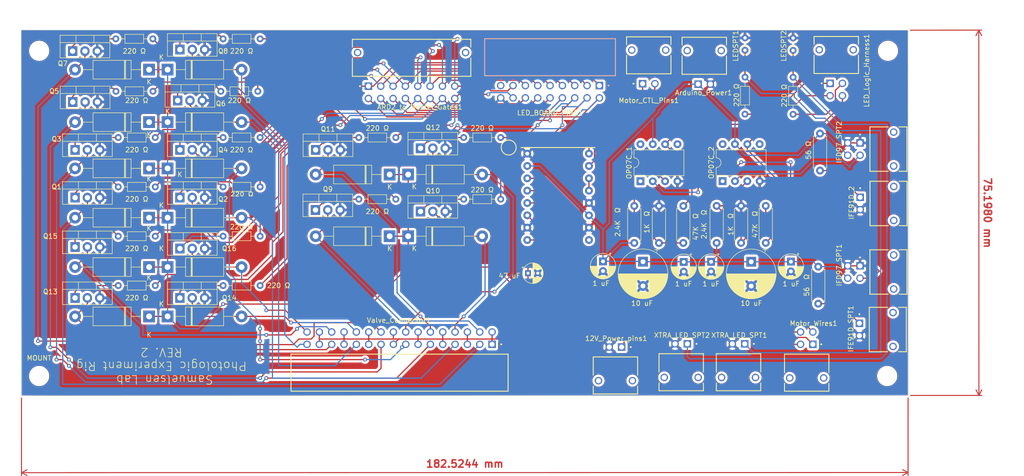
<source format=kicad_pcb>
(kicad_pcb (version 20221018) (generator pcbnew)
  (layers (0 "F.Cu" signal) (31 "B.Cu" signal) (34 "B.Paste" user) (35 "F.Paste" user) (36 "B.SilkS" user "B.Silkscreen") (37 "F.SilkS" user "F.Silkscreen") (38 "B.Mask" user) (39 "F.Mask" user) (44 "Edge.Cuts" user))
  (net 0 "")
  (net 1 "/+12V")
  (net 2 "/GND")
  (net 3 "/5V_ARD")
  (net 4 "/D97_OUT_1")
  (net 5 "/D97_OUT_2")
  (net 6 "/OUT_ARDUINO_SPT1")
  (net 7 "/OUT_ARDUINO_SPT2")
  (net 9 "Net-(MOTOR_DRIVER1-Pin_13)")
  (net 10 "/MOTOR_STEP")
  (net 11 "/MOTOR_DIR")
  (net 13 "/side_one_pin_3")
  (net 17 "/side_two_pin_three")
  (net 20 "/E91D_2_SOURCE")
  (net 21 "/E91D_1_SOURCE")
  (net 22 "/MOTOR_PK")
  (net 23 "/MOTOR_PKWT")
  (net 24 "/MOTOR_GN")
  (net 25 "/MOTOR_GNWT")
  (net 26 "/V1 GND")
  (net 27 "/V2 GND")
  (net 28 "/V3 GND")
  (net 29 "/V4 GND")
  (net 30 "/V5 GND")
  (net 31 "/V6 GND")
  (net 32 "/V7 GND")
  (net 33 "/V8 GND")
  (net 34 "/V1_Gate")
  (net 35 "/V2_Gate")
  (net 36 "/V3_Gate")
  (net 37 "/V4_Gate")
  (net 38 "/V5_Gate")
  (net 39 "/V6_Gate")
  (net 40 "/V7_Gate")
  (net 41 "/V8_Gate")
  (net 42 "/V10_Gate")
  (net 43 "/V11_Gate")
  (net 44 "/V12_Gate")
  (net 45 "/V13_Gate")
  (net 46 "/V14_Gate")
  (net 47 "/V15_Gate")
  (net 48 "/V16_Gate")
  (net 49 "/V9 GND")
  (net 50 "/V10 GND")
  (net 51 "/V11 GND")
  (net 52 "/V12 GND")
  (net 53 "/V13 GND")
  (net 54 "/V14 GND")
  (net 55 "/V15 GND")
  (net 56 "/V16 GND")
  (net 57 "/V9_Gate")
  (net 58 "/SPT1_LED")
  (net 59 "/SPT2_LED")
  (net 60 "/XTRA_SPT1_LED")
  (net 61 "/XTRA_SPT2_LED")
  (net 62 "Net-(Q1-G)")
  (net 63 "Net-(Q2-G)")
  (net 64 "Net-(Q3-G)")
  (net 65 "Net-(Q4-G)")
  (net 66 "Net-(Q5-G)")
  (net 67 "Net-(Q6-G)")
  (net 68 "Net-(Q7-G)")
  (net 69 "Net-(Q8-G)")
  (net 70 "Net-(Q9-G)")
  (net 71 "Net-(Q10-G)")
  (net 72 "Net-(Q11-G)")
  (net 73 "Net-(Q12-G)")
  (net 74 "Net-(Q13-G)")
  (net 75 "Net-(Q14-G)")
  (net 76 "Net-(Q15-G)")
  (net 77 "Net-(Q16-G)")
  (footprint "Resistor_THT:R_Axial_DIN0204_L3.6mm_D1.6mm_P2.54mm_Vertical" (layer "F.Cu") (at 236.725 70.961 90)
    (fp_text reference "LEDSPT2")
    (fp_text value "Conn_01x02")
  )
  (footprint "Resistor_THT:R_Axial_DIN0204_L3.6mm_D1.6mm_P7.62mm_Horizontal" (layer "F.Cu") (at 105.41 88.9 180)
    (fp_text reference "R11" hide)
    (fp_text value "220 Ω")
  )
  (footprint "IPL1-102-01-L-D-RE1-K-WT:SAMTEC_IPL1-102-01-L-D-RE1-K-WT" (layer "F.Cu") (at 239.525 130.2085 180)
    (fp_text reference "Motor_Wires1")
    (fp_text value "IPL1-102-01-X-D-RE1-K-WT")
  )
  (footprint "IPL1-102-01-L-D-RE1-K-WT:SAMTEC_IPL1-102-01-L-D-RE1-K-WT" (layer "F.Cu") (at 249.2425 116.586 -90)
    (fp_text reference "IFD97_SPT1")
    (fp_text value "IPL1-102-01-X-D-RE1-K-WT")
  )
  (footprint "Final_PCB_Footprint:TO-220-3_Vertical" (layer "F.Cu") (at 138.395 103.815)
    (fp_text reference "Q9")
    (fp_text value "Q_NMOS_GDS")
  )
  (footprint "Package_DIP:DIP-8_W7.62mm" (layer "F.Cu") (at 205.3 97.9 90)
    (fp_text reference "OP07C_1")
    (fp_text value "Conn_02x04_Counter_Clockwise")
  )
  (footprint "IPL1-108-01-L-D-RE1-K-WT:SAMTEC_IPL1-108-01-L-D-RE1-K-WT" (layer "F.Cu") (at 158.1825 79.601)
    (fp_text reference "ARD2_to_Mosfet_Gates1")
    (fp_text value "IPL1-108-01-L-D-RE1-K-WT")
  )
  (footprint "Final_PCB_Footprint:TO-220-3_Vertical" (layer "F.Cu") (at 88.9 101.275)
    (fp_text reference "Q1")
    (fp_text value "Q_NMOS_GDS")
  )
  (footprint "IPL1-102-01-L-D-RE1-K-WT:SAMTEC_IPL1-102-01-L-D-RE1-K-WT" (layer "F.Cu") (at 249.2425 91.281 -90)
    (fp_text reference "IFD97_SPT2")
    (fp_text value "IPL1-102-01-X-D-RE1-K-WT")
  )
  (footprint "MountingHole:MountingHole_3.7mm" (layer "F.Cu") (at 81.5 138)
    (fp_text reference "MOUNT")
    (fp_text value "MountingHole_3.7mm")
  )
  (footprint "Resistor_THT:R_Axial_DIN0204_L3.6mm_D1.6mm_P7.62mm_Horizontal" (layer "F.Cu") (at 226.825 84.0886 90)
    (fp_text reference "R25" hide)
    (fp_text value "220 Ω")
  )
  (footprint "IPL1-102-01-L-S-RE1-K-WT:SAMTEC_IPL1-102-01-L-S-RE1-K-WT" (layer "F.Cu") (at 225.495 131.38 180)
    (fp_text reference "XTRA_LED_SPT1")
    (fp_text value "IPL1-102-01-L-S-RE1-K-WT")
  )
  (footprint "Resistor_THT:R_Axial_DIN0207_L6.3mm_D2.5mm_P7.62mm_Horizontal" (layer "F.Cu") (at 226.0216 110.5952 90)
    (fp_text reference "R6" hide)
    (fp_text value "1K  Ω")
  )
  (footprint "Capacitor_THT:CP_Radial_D10.0mm_P5.00mm" (layer "F.Cu") (at 205.825 114.468323 -90)
    (fp_text reference "C2" hide)
    (fp_text value "10 uF")
  )
  (footprint "Final_PCB_Footprint:Motor_Driver_A4988" (layer "F.Cu") (at 188.33 101.12)
    (fp_text reference "MOTOR_DRIVER1" hide)
    (fp_text value "Conn_02x08_Counter_Clockwise" hide)
  )
  (footprint "Resistor_THT:R_Axial_DIN0207_L6.3mm_D2.5mm_P7.62mm_Horizontal" (layer "F.Cu") (at 242.2725 88.085 -90)
    (fp_text reference "R8" hide)
    (fp_text value " 56 Ω")
  )
  (footprint "IPL1-102-01-L-S-RE1-K-WT:SAMTEC_IPL1-102-01-L-S-RE1-K-WT" (layer "F.Cu") (at 218.44 77.9125)
    (fp_text reference "Arduino_Power1")
    (fp_text value "IPL1-102-01-L-S-RE1-K-WT")
  )
  (footprint "Final_PCB_Footprint:TO-220-3_Vertical" (layer "F.Cu") (at 110.49 70.795)
    (fp_text reference "Q8")
    (fp_text value "Q_NMOS_GDS")
  )
  (footprint "Diode_THT:D_DO-15_P15.24mm_Horizontal" (layer "F.Cu") (at 104.14 105.41 180)
    (fp_text reference "D1" hide)
    (fp_text value "MBR0540")
  )
  (footprint "Resistor_THT:R_Axial_DIN0204_L3.6mm_D1.6mm_P7.62mm_Horizontal" (layer "F.Cu") (at 126.5275 79.381 180)
    (fp_text reference "R14" hide)
    (fp_text value "220 Ω")
  )
  (footprint "Final_PCB_Footprint:TO-220-3_Vertical" (layer "F.Cu") (at 110.49 101.275)
    (fp_text reference "Q2")
    (fp_text value "Q_NMOS_GDS")
  )
  (footprint "Resistor_THT:R_Axial_DIN0204_L3.6mm_D1.6mm_P7.62mm_Horizontal" (layer "F.Cu") (at 127 99.06 180)
    (fp_text reference "R10" hide)
    (fp_text value "220 Ω")
  )
  (footprint "MountingHole:MountingHole_3.7mm" (layer "F.Cu") (at 81.5086 71.0438)
    (fp_text reference "REF**" hide)
    (fp_text value "MountingHole_3.7mm")
  )
  (footprint "Resistor_THT:R_Axial_DIN0204_L3.6mm_D1.6mm_P7.62mm_Horizontal" (layer "F.Cu") (at 105.41 99.06 180)
    (fp_text reference "R9" hide)
    (fp_text value "220 Ω")
  )
  (footprint "Resistor_THT:R_Axial_DIN0204_L3.6mm_D1.6mm_P7.62mm_Horizontal" (layer "F.Cu") (at 176.53 88.9 180)
    (fp_text reference "R20" hide)
    (fp_text value "220 Ω")
  )
  (footprint "Resistor_THT:R_Axial_DIN0207_L6.3mm_D2.5mm_P7.62mm_Horizontal" (layer "F.Cu") (at 214.125 102.99 -90)
    (fp_text reference "R3" hide)
    (fp_text value "47K  Ω")
  )
  (footprint "Diode_THT:D_DO-15_P15.24mm_Horizontal" (layer "F.Cu") (at 153.67 109.22 180)
    (fp_text reference "D9" hide)
    (fp_text value "MBR0540")
  )
  (footprint "Diode_THT:D_DO-15_P15.24mm_Horizontal" (layer "F.Cu") (at 104.14 74.93 180)
    (fp_text reference "D7" hide)
    (fp_text value "MBR0540")
  )
  (footprint "Diode_THT:D_DO-15_P15.24mm_Horizontal" (layer "F.Cu") (at 104.14 115.57 180)
    (fp_text reference "D15" hide)
    (fp_text value "MBR0540")
  )
  (footprint "Resistor_THT:R_Axial_DIN0207_L6.3mm_D2.5mm_P7.62mm_Horizontal" (layer "F.Cu") (at 241.9 115.49 -90)
    (fp_text reference "R4" hide)
    (fp_text value "56  Ω")
  )
  (footprint "Resistor_THT:R_Axial_DIN0207_L6.3mm_D2.5mm_P7.62mm_Horizontal" (layer "F.Cu") (at 204.03 110.61 90)
    (fp_text reference "R1" hide)
    (fp_text value "2.4K  Ω")
  )
  (footprint "Diode_THT:D_DO-15_P15.24mm_Horizontal" (layer "F.Cu") (at 153.67 96.52 180)
    (fp_text reference "D11" hide)
    (fp_text value "MBR0540")
  )
  (footprint "Diode_THT:D_DO-15_P15.24mm_Horizontal" (layer "F.Cu") (at 107.95 105.41)
    (fp_text reference "D2" hide)
    (fp_text value "MBR0540")
  )
  (footprint "IPL1-102-01-L-S-RE1-K-WT:SAMTEC_IPL1-102-01-L-S-RE1-K-WT" (layer "F.Cu") (at 200.155 132.0375 180)
    (fp_text reference "12V_Power_pins1")
    (fp_text value "IPL1-102-01-L-S-RE1-K-WT")
  )
  (footprint "IPL1-102-01-L-S-RE1-K-WT:SAMTEC_IPL1-102-01-L-S-RE1-K-WT" (layer "F.Cu") (at 250.5325 102.481 -90)
    (fp_text reference "IFE91D_2")
    (fp_text value "IPL1-102-01-L-S-RE1-K-WT")
  )
  (footprint "Capacitor_THT:CP_Radial_D5.0mm_P2.00mm" (layer "F.Cu") (at 236.275 114.455888 -90)
    (fp_text reference "C4" hide)
    (fp_text value "1 uF")
  )
  (footprint "Capacitor_THT:CP_Radial_D5.0mm_P2.00mm" (layer "F.Cu") (at 219.85 114.486 -90)
    (fp_text reference "C6" hide)
    (fp_text value "1 uF")
  )
  (footprint "Resistor_THT:R_Axial_DIN0204_L3.6mm_D1.6mm_P2.54mm_Vertical" (layer "F.Cu") (at 226.825 70.9314 90)
    (fp_text reference "LEDSPT1")
    (fp_text value "Conn_01x02")
  )
  (footprint "Final_PCB_Footprint:TO-220-3_Vertical" (layer "F.Cu") (at 88.395 71.12)
    (fp_text reference "Q7")
    (fp_text value "Q_NMOS_GDS")
  )
  (footprint "Resistor_THT:R_Axial_DIN0207_L6.3mm_D2.5mm_P7.62mm_Horizontal" (layer "F.Cu") (at 220.9916 110.5952 90)
    (fp_text reference "R5" hide)
    (fp_text value "2.4K  Ω")
  )
  (footprint "IPL1-102-01-L-S-RE1-K-WT:SAMTEC_IPL1-102-01-L-S-RE1-K-WT" (layer "F.Cu") (at 207.01 77.816)
    (fp_text reference "Motor_CTL_Pins1")
    (fp_text value "IPL1-102-01-L-S-RE1-K-WT")
  )
  (footprint "Final_PCB_Footprint:TO-220-3_Vertical" (layer "F.Cu") (at 110.0175 81.28)
    (fp_text reference "Q6")
    (fp_text value "Q_NMOS_GDS")
  )
  (footprint "Diode_THT:D_DO-15_P15.24mm_Horizontal" (layer "F.Cu") (at 107.95 125.73)
    (fp_text reference "D14" hide)
    (fp_text value "MBR0540")
  )
  (footprint "Package_DIP:DIP-8_W7.62mm" (layer "F.Cu") (at 222.2216 97.8852 90)
    (fp_text reference "OP07C_2")
    (fp_text value "Conn_02x04_Counter_Clockwise")
  )
  (footprint "Diode_THT:D_DO-15_P15.24mm_Horizontal" (layer "F.Cu") (at 107.95 115.57)
    (fp_text reference "D16" hide)
    (fp_text value "MBR0540")
  )
  (footprint "Resistor_THT:R_Axial_DIN0204_L3.6mm_D1.6mm_P7.62mm_Horizontal" (layer "F.Cu") (at 127 119.38 180)
    (fp_text reference "R22" hide)
    (fp_text value "220 Ω")
  )
  (footprint "Diode_THT:D_DO-15_P15.24mm_Horizontal" (layer "F.Cu") (at 157.48 96.52)
    (fp_text reference "D12" hide)
    (fp_text value "MBR0540")
  )
  (footprint "Final_PCB_Footprint:TO-220-3_Vertical" (layer "F.Cu") (at 110.49 91.44)
    (fp_text reference "Q4")
    (fp_text value "Q_NMOS_GDS")
  )
  (footprint "Final_PCB_Footprint:TO-220-3_Vertical" (layer "F.Cu") (at 160.02 104.14)
    (fp_text reference "Q10")
    (fp_text value "Q_NMOS_GDS")
  )
  (footprint "Final_PCB_Footprint:TO-220-3_Vertical" (layer "F.Cu") (at 110.49 121.92)
    (fp_text reference "Q14")
    (fp_text value "Q_NMOS_GDS")
  )
  (footprint "Diode_THT:D_DO-15_P15.24mm_Horizontal" (layer "F.Cu") (at 107.95 85.731)
    (fp_text reference "D6" hide)
    (fp_text value "MBR0540")
  )
  (footprint "Diode_THT:D_DO-15_P15.24mm_Horizontal" (layer "F.Cu") (at 107.95 74.93)
    (fp_text reference "D8" hide)
    (fp_text value "MBR0540")
  )
  (footprint "IPL1-116-01-X-D-RE1-K:SAMTEC_IPL1-116-01-X-D-RE1-K" (layer "F.Cu") (at 155.705 130.2085 180)
    (fp_text reference "Valve_Connector1")
    (fp_text value "IPL1-116-01-X-D-RE1-K-WT")
  )
  (footprint "Final_PCB_Footprint:TO-220-3_Vertical" (layer "F.Cu") (at 88.9 91.44)
    (fp_text reference "Q3")
    (fp_text value "Q_NMOS_GDS")
  )
  (footprint "Diode_THT:D_DO-15_P15.24mm_Horizontal" (layer "F.Cu") (at 104.14 85.731 180)
    (fp_text reference "D5" hide)
    (fp_text value "MBR0540")
  )
  (footprint "Capacitor_THT:CP_Radial_D10.0mm_P5.00mm" (layer "F.Cu") (at 228.105 114.479888 -90)
    (fp_text reference "C5" hide)
    (fp_text value "10 uF")
  )
  (footprint "IPL1-102-01-L-S-RE1-K-WT:SAMTEC_IPL1-102-01-L-S-RE1-K-WT" (layer "F.Cu") (at 250.385 128.426 -90)
    (fp_text reference "IFE91D_SPT1")
    (fp_text value "IPL1-102-01-L-S-RE1-K-WT")
  )
  (footprint "Resistor_THT:R_Axial_DIN0204_L3.6mm_D1.6mm_P7.62mm_Horizontal" (layer "F.Cu") (at 105.41 119.38 180)
    (fp_text reference "R21" hide)
    (fp_text value "220 Ω")
  )
  (footprint "Final_PCB_Footprint:TO-220-3_Vertical" (layer "F.Cu") (at 88.9 121.92)
    (fp_text reference "Q13")
    (fp_text value "Q_NMOS_GDS")
  )
  (footprint "Diode_THT:D_DO-15_P15.24mm_Horizontal" (layer "F.Cu") (at 107.95 95.25)
    (fp_text reference "D4" hide)
    (fp_text value "MBR0540")
  )
  (footprint "Resistor_THT:R_Axial_DIN0207_L6.3mm_D2.5mm_P7.62mm_Horizontal" (layer "F.Cu") (at 209.11 110.61 90)
    (fp_text reference "R2" hide)
    (fp_text value "1K  Ω")
  )
  (footprint "MountingHole:MountingHole_3.7mm" (layer "F.Cu") (at 256.2606 71.0438)
    (fp_text reference "REF**" hide)
    (fp_text value "MountingHole_3.7mm")
  )
  (footprint "Resistor_THT:R_Axial_DIN0204_L3.6mm_D1.6mm_P7.62mm_Horizontal" (layer "F.Cu") (at 236.725 84.1182 90)
    (fp_text reference "R26" hide)
    (fp_text value "220 Ω")
  )
  (footprint "Final_PCB_Footprint:TO-220-3_Vertical" (layer "F.Cu") (at 138.43 91.44)
    (fp_text reference "Q11")
    (fp_text value "Q_NMOS_GDS")
  )
  (footprint "Final_PCB_Footprint:TO-220-3_Vertical" (layer "F.Cu") (at 88.9 111.435)
    (fp_text reference "Q15")
    (fp_text value "Q_NMOS_GDS")
  )
  (footprint "Final_PCB_Footprint:TO-220-3_Vertical" (layer "F.Cu") (at 110.49 111.76)
    (fp_text reference "Q16")
    (fp_text value "Q_NMOS_GDS")
  )
  (footprint "Resistor_THT:R_Axial_DIN0207_L6.3mm_D2.5mm_P7.62mm_Horizontal" (layer "F.Cu") (at 231.1016 110.5952 90)
    (fp_text reference "R7" hide)
    (fp_text value "47K  Ω")
  )
  (footprint "Diode_THT:D_DO-15_P15.24mm_Horizontal" (layer "F.Cu") (at 104.14 95.25 180)
    (fp_text reference "D3" hide)
    (fp_text value "MBR0540")
  )
  (footprint "Resistor_THT:R_Axial_DIN0204_L3.6mm_D1.6mm_P7.62mm_Horizontal" (layer "F.Cu") (at 104.905 68.58 180)
    (fp_text reference "R15" hide)
    (fp_text value "220 Ω")
  )
  (footprint "MountingHole:MountingHole_3.7mm" (layer "F.Cu") (at 256.1 138)
    (fp_text reference "REF**" hide)
    (fp_text value "MountingHole_3.7mm")
  )
  (footprint "Resistor_THT:R_Axial_DIN0204_L3.6mm_D1.6mm_P7.62mm_Horizontal" (layer "F.Cu") (at 104.9375 79.381 180)
    (fp_text reference "R13" hide)
    (fp_text value "220 Ω")
  )
  (footprint "Final_PCB_Footprint:TO-220-3_Vertical" (layer "F.Cu") (at 88.4275 81.596)
    (fp_text reference "Q5")
    (fp_text value "Q_NMOS_GDS")
  )
  (footprint "Resistor_THT:R_Axial_DIN0204_L3.6mm_D1.6mm_P7.62mm_Horizontal" (layer "F.Cu") (at 127 88.9 180)
    (fp_text reference "R12" hide)
    (fp_text value "220 Ω")
  )
  (footprint "Capacitor_THT:CP_Radial_D5.0mm_P2.00mm" (layer "F.Cu") (at 197.595 114.394323 -90)
    (fp_text reference "C3" hide)
    (fp_text value "1 uF ")
  )
  (footprint "IPL1-102-01-L-D-RE1-K-WT:SAMTEC_IPL1-102-01-L-D-RE1-K-WT" (layer "F.Cu") (at 245.615 79.0235)
    (fp_text reference "LED_Logic_Harness1")
    (fp_text value "IPL1-102-01-X-D-RE1-K-WT")
  )
  (footprint "Resistor_THT:R_Axial_DIN0204_L3.6mm_D1.6mm_P7.62mm_Horizontal" (layer "F.Cu") (at 154.94 101.6 180)
    (fp_text reference "R17" hide)
    (fp_text value "220 Ω")
  )
  (footprint "Diode_THT:D_DO-15_P15.24mm_Horizontal" (layer "F.Cu") (at 104.14 125.73 180)
    (fp_text reference "D13" hide)
    (fp_text value "MBR0540")
  )
  (footprint "Resistor_THT:R_Axial_DIN0204_L3.6mm_D1.6mm_P7.62mm_Horizontal" (layer "F.Cu") (at 105.41 109.22 180)
    (fp_text reference "R23" hide)
    (fp_text value "220 Ω")
  )
  (footprint "Diode_THT:D_DO-15_P15.24mm_Horizontal" (layer "F.Cu") (at 157.48 109.22)
    (fp_text reference "D10" hide)
    (fp_text value "MBR0540")
  )
  (footprint "Capacitor_THT:CP_Radial_D4.0mm_P2.00mm" (layer "F.Cu") (at 182.15 116.84)
    (fp_text reference "C7" hide)
    (fp_text value "47 uF")
  )
  (footprint "Resistor_THT:R_Axial_DIN0204_L3.6mm_D1.6mm_P7.62mm_Horizontal" (layer "F.Cu") (at 127 68.58 180)
    (fp_text reference "R16" hide)
    (fp_text value "220 Ω")
  )
  (footprint "IPL1-102-01-L-S-RE1-K-WT:SAMTEC_IPL1-102-01-L-S-RE1-K-WT" (layer "F.Cu") (at 213.69 131.38 180)
    (fp_text reference "XTRA_LED_SPT2")
    (fp_text value "IPL1-102-01-L-S-RE1-K-WT")
  )
  (footprint "Resistor_THT:R_Axial_DIN0204_L3.6mm_D1.6mm_P7.62mm_Horizontal" (layer "F.Cu") (at 127 109.22 180)
    (fp_text reference "R24" hide)
    (fp_text value "220 Ω")
  )
  (footprint "Resistor_THT:R_Axial_DIN0204_L3.6mm_D1.6mm_P7.62mm_Horizontal" (layer "F.Cu") (at 176.53 101.6 180)
    (fp_text reference "R18" hide)
    (fp_text value "220 Ω")
  )
  (footprint "Capacitor_THT:CP_Radial_D5.0mm_P2.00mm" (layer "F.Cu") (at 214.21 114.51 -90)
    (fp_text reference "C1" hide)
    (fp_text value "1 uF")
  )
  (footprint "Final_PCB_Footprint:TO-220-3_Vertical" (layer "F.Cu") (at 160.02 91.115)
    (fp_text reference "Q12")
    (fp_text value "Q_NMOS_GDS")
  )
  (footprint "Resistor_THT:R_Axial_DIN0204_L3.6mm_D1.6mm_P7.62mm_Horizontal" (layer "F.Cu") (at 154.94 88.9 180)
    (fp_text reference "R19" hide)
    (fp_text value "220 Ω")
  )
  (footprint "IPL1-109-01-L-D-RE1-K:SAMTEC_IPL1-109-01-L-D-RE1-K" (layer "B.Cu") (at 186.69 79.4735 180)
    (fp_text reference "LED_BOARD_PINS1")
    (fp_text value "IPL1-108-01-L-D-RE1-K-WT")
  )
  (gr_line (start 260.4008 142) (end 260.4008 140.2334) (stroke (width 0.1)) (layer "Edge.Cuts"))
  (gr_line (start 77.8764 142.0254) (end 83.7184 142.0508) (stroke (width 0.1)) (layer "Edge.Cuts"))
  (gr_line (start 260.4008 140.2334) (end 260.3754 66.802) (stroke (width 0.1)) (layer "Edge.Cuts"))
  (gr_line (start 77.8764 142.0254) (end 77.8764 140.2588) (stroke (width 0.1)) (layer "Edge.Cuts"))
  (gr_line (start 260.3754 66.802) (end 77.8256 66.7766) (stroke (width 0.1)) (layer "Edge.Cuts"))
  (gr_line (start 77.8256 66.7766) (end 77.8764 140.2588) (stroke (width 0.1)) (layer "Edge.Cuts"))
  (gr_line (start 83.7184 142.0508) (end 260.4008 142) (stroke (width 0.1)) (layer "Edge.Cuts"))
  (gr_text "Samuelsen Lab \nPhotologic Experiment Rig\nREV. 2" (at 106.68 132.08 180) (layer "F.SilkS") (effects (font (size 1.75 1.75)) (justify bottom)))
  (dimension (type aligned) (layer "F.Cu") (pts (xy 260.4008 142) (xy 260.3754 66.802)) (height 14.582635) (gr_text "75.1980 mm" (at 276.770734 104.395466 -89.98064692) (layer "F.Cu") (effects (font (size 1.5 1.5) (thickness 0.3)))) (format (prefix "") (suffix "") (units 3) (units_format 1) (precision 4)) (style (thickness 0.2) (arrow_length 1.27) (text_position_mode 0) (extension_height 0.58642) (extension_offset 0.5) keep_text_aligned))
  (dimension (type aligned) (layer "F.Cu") (pts (xy 77.8764 142.0254) (xy 260.4008 142)) (height 15.870329) (gr_text "182.5244 mm" (at 169.140559 156.083029 0.007973250646) (layer "F.Cu") (effects (font (size 1.5 1.5) (thickness 0.3)))) (format (prefix "") (suffix "") (units 3) (units_format 1) (precision 4)) (style (thickness 0.2) (arrow_length 1.27) (text_position_mode 0) (extension_height 0.58642) (extension_offset 0.5) keep_text_aligned))
  (segment (start 195.075 129.381) (end 194.0675 130.3885) (width 0.25) (layer "F.Cu") (net 1))
  (segment (start 164.595 131.4785) (end 164.595 130.3885) (width 0.25) (layer "F.Cu") (net 1))
  (segment (start 183.66 110) (end 184.15 110.49) (width 0.25) (layer "F.Cu") (net 1))
  (segment (start 157.48 96.52) (end 157.48 109.22) (width 0.25) (layer "F.Cu") (net 1))
  (segment (start 184.15 121.92) (end 181.61 121.92) (width 0.25) (layer "F.Cu") (net 1))
  (segment (start 175.26 115.57) (end 157.48 115.57) (width 0.25) (layer "F.Cu") (net 1))
  (segment (start 157.48 96.52) (end 153.67 96.52) (width 0.25) (layer "F.Cu") (net 1))
  (segment (start 139.195 131.4785) (end 139.195 130.3885) (width 0.25) (layer "F.Cu") (net 1))
  (segment (start 159.515 131.4785) (end 159.515 130.3885) (width 0.25) (layer "F.Cu") (net 1))
  (segment (start 181.61 121.92) (end 175.26 115.57) (width 0.25) (layer "F.Cu") (net 1))
  (segment (start 154.435 131.4785) (end 155.525 130.3885) (width 0.25) (layer "F.Cu") (net 1))
  (segment (start 149.355 128.9385) (end 149.355 130.3885) (width 0.25) (layer "F.Cu") (net 1))
  (segment (start 182 110) (end 183.66 110) (width 0.25) (layer "F.Cu") (net 1))
  (segment (start 174.755 131.4785) (end 174.755 130.3885) (width 0.25) (layer "F.Cu") (net 1))
  (segment (start 149.355 131.4785) (end 149.355 130.3885) (width 0.25) (layer "F.Cu") (net 1))
  (segment (start 174.755 130.3885) (end 169.675 130.3885) (width 0.25) (layer "F.Cu") (net 1))
  (segment (start 149.86 123.19) (end 157.48 115.57) (width 0.25) (layer "F.Cu") (net 1))
  (segment (start 187.96 121.92) (end 184.15 121.92) (width 0.25) (layer "F.Cu") (net 1))
  (segment (start 201.425 132.0375) (end 201.93 131.5325) (width 0.25) (layer "F.Cu") (net 1))
  (segment (start 154.435 130.3885) (end 149.355 130.3885) (width 0.25) (layer "F.Cu") (net 1))
  (segment (start 164.595 130.3885) (end 159.515 130.3885) (width 0.25) (layer "F.Cu") (net 1))
  (segment (start 182.15 119.92) (end 184.15 121.92) (width 0.25) (layer "F.Cu") (net 1))
  (segment (start 149.355 130.3885) (end 144.275 130.3885) (width 0.25) (layer "F.Cu") (net 1))
  (segment (start 194.0675 130.3885) (end 174.755 130.3885) (width 0.25) (layer "F.Cu") (net 1))
  (segment (start 169.675 131.4785) (end 169.675 130.3885) (width 0.25) (layer "F.Cu") (net 1))
  (segment (start 104.14 115.57) (end 107.95 115.57) (width 0.25) (layer "F.Cu") (net 1))
  (segment (start 155.525 130.3885) (end 155.705 130.3885) (width 0.25) (layer "F.Cu") (net 1))
  (segment (start 157.48 109.22) (end 153.67 109.22) (width 0.25) (layer "F.Cu") (net 1))
  (segment (start 169.675 130.3885) (end 164.595 130.3885) (width 0.25) (layer "F.Cu") (net 1))
  (segment (start 144.275 131.4785) (end 144.275 130.3885) (width 0.25) (layer "F.Cu") (net 1))
  (segment (start 201.93 131.5325) (end 201.93 129.54) (width 0.25) (layer "F.Cu") (net 1))
  (segment (start 119.38 123.19) (end 149.86 123.19) (width 0.25) (layer "F.Cu") (net 1))
  (segment (start 201.93 129.54) (end 201.771 129.381) (width 0.25) (layer "F.Cu") (net 1))
  (segment (start 139.195 128.9385) (end 139.195 130.3885) (width 0.25) (layer "F.Cu") (net 1))
  (segment (start 182.15 116.84) (end 182.15 119.92) (width 0.25) (layer "F.Cu") (net 1))
  (segment (start 182.15 116.84) (end 182.15 112.49) (width 0.25) (layer "F.Cu") (net 1))
  (segment (start 104.14 125.73) (end 107.95 125.73) (width 0.25) (layer "F.Cu") (net 1))
  (segment (start 169.675 128.9385) (end 169.675 130.3885) (width 0.25) (layer "F.Cu") (net 1))
  (segment (start 159.515 130.3885) (end 155.705 130.3885) (width 0.25) (layer "F.Cu") (net 1))
  (segment (start 164.595 128.9385) (end 164.595 130.3885) (width 0.25) (layer "F.Cu") (net 1))
  (segment (start 187.96 121.92) (end 187.96 122.266) (width 0.25) (layer "F.Cu") (net 1))
  (segment (start 144.275 130.3885) (end 139.195 130.3885) (width 0.25) (layer "F.Cu") (net 1))
  (segment (start 182.15 112.49) (end 184.15 110.49) (width 0.25) (layer "F.Cu") (net 1))
  (segment (start 155.705 130.3885) (end 154.435 130.3885) (width 0.25) (layer "F.Cu") (net 1))
  (segment (start 187.96 122.266) (end 195.075 129.381) (width 0.25) (layer "F.Cu") (net 1))
  (segment (start 159.515 128.9385) (end 159.515 130.3885) (width 0.25) (layer "F.Cu") (net 1))
  (segment (start 157.48 115.57) (end 157.48 109.22) (width 0.25) (layer "F.Cu") (net 1))
  (segment (start 144.275 128.9385) (end 144.275 130.3885) (width 0.25) (layer "F.Cu") (net 1))
  (segment (start 201.771 129.381) (end 195.075 129.381) (width 0.25) (layer "F.Cu") (net 1))
  (segment (start 154.435 128.9385) (end 154.435 130.3885) (width 0.25) (layer "F.Cu") (net 1))
  (segment (start 181.5726 109.5726) (end 182 110) (width 0.25) (layer "F.Cu") (net 1))
  (segment (start 174.755 128.9385) (end 174.755 130.3885) (width 0.25) (layer "F.Cu") (net 1))
  (via (at 119.38 123.19) (size 0.8) (drill 0.4) (layers "F.Cu" "B.Cu") (net 1))
  (segment (start 107.95 125.73) (end 110.49 128.27) (width 0.25) (layer "B.Cu") (net 1))
  (segment (start 104.14 74.93) (end 107.95 74.93) (width 0.25) (layer "B.Cu") (net 1))
  (segment (start 104.14 85.731) (end 107.95 85.731) (width 0.25) (layer "B.Cu") (net 1))
  (segment (start 104.14 95.25) (end 107.95 95.25) (width 0.25) (layer "B.Cu") (net 1))
  (segment (start 114.3 128.27) (end 119.38 123.19) (width 0.25) (layer "B.Cu") (net 1))
  (segment (start 110.49 128.27) (end 114.3 128.27) (width 0.25) (layer "B.Cu") (net 1))
  (segment (start 104.14 105.41) (end 107.95 105.41) (width 0.25) (layer "B.Cu") (net 1))
  (segment (start 107.95 125.73) (end 107.95 74.93) (width 0.25) (layer "B.Cu") (net 1))
  (segment (start 247.9725 90.011) (end 250.5125 90.011) (width 0.25) (layer "F.Cu") (net 2))
  (segment (start 247.9725 115.316) (end 250.5125 115.316) (width 0.25) (layer "F.Cu") (net 2))
  (segment (start 221.375 110.9786) (end 220.9916 110.5952) (width 0.25) (layer "F.Cu") (net 3))
  (segment (start 197.595 114.394323) (end 197.595 114.121) (width 0.25) (layer "F.Cu") (net 3))
  (segment (start 204.05 110.63) (end 204.03 110.61) (width 0.25) (layer "F.Cu") (net 3))
  (segment (start 225.8866 91.3902) (end 225.8866 91.6126) (width 0.25) (layer "B.Cu") (net 3))
  (segment (start 209.045 83.276) (end 209.045 83.661) (width 0.25) (layer "B.Cu") (net 3))
  (segment (start 245.6065 115.49) (end 247.9725 117.856) (width 0.25) (layer "B.Cu") (net 3))
  (segment (start 224.7616 86.3884) (end 224.7616 90.2652) (width 0.25) (layer "B.Cu") (net 3))
  (segment (start 220.9916 113.3444) (end 219.85 114.486) (width 0.25) (layer "B.Cu") (net 3))
  (segment (start 182 94.76) (end 184.54 94.76) (width 0.25) (layer "B.Cu") (net 3))
  (segment (start 243.5065 88.085) (end 247.9725 92.551) (width 0.25) (layer "B.Cu") (net 3))
  (segment (start 207.84 84.931) (end 198.885 93.886) (width 0.25) (layer "B.Cu") (net 3))
  (segment (start 217.17 77.9125) (end 224.79 85.5325) (width 0.25) (layer "B.Cu") (net 3))
  (segment (start 209.045 83.661) (end 207.84 84.866) (width 0.25) (layer "B.Cu") (net 3))
  (segment (start 228.105 114.479888) (end 236.251 114.479888) (width 0.25) (layer "B.Cu") (net 3))
  (segment (start 236.251 114.479888) (end 236.275 114.455888) (width 0.25) (layer "B.Cu") (net 3))
  (segment (start 205.751 114.394323) (end 205.825 114.468323) (width 0.25) (layer "B.Cu") (net 3))
  (segment (start 224.79 86.36) (end 224.7616 86.3884) (width 0.25) (layer "B.Cu") (net 3))
  (segment (start 214.4715 77.9125) (end 217.17 77.9125) (width 0.25) (layer "B.Cu") (net 3))
  (segment (start 205.825 114.468323) (end 214.168323 114.468323) (width 0.25) (layer "B.Cu") (net 3))
  (segment (start 225.8866 91.6126) (end 226.825 92.551) (width 0.25) (layer "B.Cu") (net 3))
  (segment (start 194.7 104.92) (end 197.573 107.793) (width 0.25) (layer "B.Cu") (net 3))
  (segment (start 242.2725 88.085) (end 243.5065 88.085) (width 0.25) (layer "B.Cu") (net 3))
  (segment (start 241.9 115.49) (end 245.6065 115.49) (width 0.25) (layer "B.Cu") (net 3))
  (segment (start 197.573 107.793) (end 197.617 107.793) (width 0.25) (layer "B.Cu") (net 3))
  (segment (start 214.21 114.51) (end 219.826 114.51) (width 0.25) (layer "B.Cu") (net 3))
  (segment (start 224.79 85.5325) (end 224.79 86.36) (width 0.25) (layer "B.Cu") (net 3))
  (segment (start 240.865888 114.455888) (end 241.9 115.49) (width 0.25) (layer "B.Cu") (net 3))
  (segment (start 198.885 106.525) (end 197.617 107.793) (width 0.25) (layer "B.Cu") (net 3))
  (segment (start 228.098888 114.486) (end 228.105 114.479888) (width 0.25) (layer "B.Cu") (net 3))
  (segment (start 219.85 114.486) (end 228.098888 114.486) (width 0.25) (layer "B.Cu") (net 3))
  (segment (start 214.44 77.881) (end 209.045 83.276) (width 0.25) (layer "B.Cu") (net 3))
  (segment (start 237.8065 92.551) (end 242.2725 88.085) (width 0.25) (layer "B.Cu") (net 3))
  (segment (start 184.54 94.76) (end 194.7 104.92) (width 0.25) (layer "B.Cu") (net 3))
  (segment (start 197.595 107.815) (end 197.595 114.394323) (width 0.25) (layer "B.Cu") (net 3))
  (segment (start 198.885 93.886) (end 198.885 106.525) (width 0.25) (layer "B.Cu") (net 3))
  (segment (start 207.84 84.931) (end 207.84 90.28) (width 0.25) (layer "B.Cu") (net 3))
  (segment (start 214.44 77.881) (end 214.4715 77.9125) (width 0.25) (layer "B.Cu") (net 3))
  (segment (start 226.825 92.551) (end 237.8065 92.551) (width 0.25) (layer "B.Cu") (net 3))
  (segment (start 236.275 114.455888) (end 240.865888 114.455888) (width 0.25) (layer "B.Cu") (net 3))
  (segment (start 197.617 107.793) (end 197.595 107.815) (width 0.25) (layer "B.Cu") (net 3))
  (segment (start 201.379323 110.61) (end 197.595 114.394323) (width 0.25) (layer "B.Cu") (net 3))
  (segment (start 220.9916 110.5952) (end 220.9916 113.3444) (width 0.25) (layer "B.Cu") (net 3))
  (segment (start 207.84 84.866) (end 207.84 84.931) (width 0.25) (layer "B.Cu") (net 3))
  (segment (start 219.826 114.51) (end 219.85 114.486) (width 0.25) (layer "B.Cu") (net 3))
  (segment (start 197.595 114.394323) (end 205.751 114.394323) (width 0.25) (layer "B.Cu") (net 3))
  (segment (start 214.168323 114.468323) (end 214.21 114.51) (width 0.25) (layer "B.Cu") (net 3))
  (segment (start 204.03 110.61) (end 201.379323 110.61) (width 0.25) (layer "B.Cu") (net 3))
  (segment (start 224.7616 90.2652) (end 225.8866 91.3902) (width 0.25) (layer "B.Cu") (net 3))
  (segment (start 236.22 93.98) (end 236.22 98.136) (width 0.25) (layer "F.Cu") (net 4))
  (segment (start 220.475 95.091) (end 217.17 98.396) (width 0.25) (layer "F.Cu") (net 4))
  (segment (start 254.479125 116.395125) (end 253.01825 117.856) (width 0.25) (layer "F.Cu") (net 4))
  (segment (start 236.22 98.136) (end 254.479125 116.395125) (width 0.25) (layer "F.Cu") (net 4))
  (segment (start 217.17 98.396) (end 217.17 100.171) (width 0.25) (layer "F.Cu") (net 4))
  (segment (start 224.949 95.091) (end 220.475 95.091) (width 0.25) (layer "F.Cu") (net 4))
  (segment (start 226.06 93.98) (end 224.949 95.091) (width 0.25) (layer "F.Cu") (net 4))
  (segment (start 253.01825 117.856) (end 250.5125 117.856) (width 0.25) (layer "F.Cu") (net 4))
  (via (at 217.17 100.171) (size 0.8) (drill 0.4) (layers "F.Cu" "B.Cu") (net 4))
  (via (at 226.06 93.98) (size 0.8) (drill 0.4) (layers "F.Cu" "B.Cu") (net 4))
  (via (at 236.22 93.98) (size 0.8) (drill 0.4) (layers "F.Cu" "B.Cu") (net 4))
  (segment (start 226.06 93.98) (end 236.22 93.98) (width 0.25) (layer "B.Cu") (net 4))
  (segment (start 210.111 100.171) (end 207.84 97.9) (width 0.25) (layer "B.Cu") (net 4))
  (segment (start 217.17 100.171) (end 210.111 100.171) (width 0.25) (layer "B.Cu") (net 4))
  (segment (start 226.2858 96.361) (end 238.255 96.361) (width 0.25) (layer "B.Cu") (net 5))
  (segment (start 240.795 93.821) (end 247.145 93.821) (width 0.25) (layer "B.Cu") (net 5))
  (segment (start 238.255 96.361) (end 240.795 93.821) (width 0.25) (layer "B.Cu") (net 5))
  (segment (start 247.145 93.821) (end 248.415 95.091) (width 0.25) (layer "B.Cu") (net 5))
  (segment (start 224.7616 97.8852) (end 226.2858 96.361) (width 0.25) (layer "B.Cu") (net 5))
  (segment (start 248.415 94.6485) (end 250.5125 92.551) (width 0.25) (layer "B.Cu") (net 5))
  (segment (start 248.415 95.091) (end 248.415 94.6485) (width 0.25) (layer "B.Cu") (net 5))
  (segment (start 215.9 95.8) (end 215.9 101.215) (width 0.25) (layer "F.Cu") (net 6))
  (segment (start 210.38 90.28) (end 210.52 90.28) (width 0.25) (layer "F.Cu") (net 6))
  (segment (start 235.715 82.391) (end 236.985 82.391) (width 0.25) (layer "F.Cu") (net 6))
  (segment (start 215.9 95.8) (end 210.38 90.28) (width 0.25) (layer "F.Cu") (net 6))
  (segment (start 239.0825 80.2935) (end 244.345 80.2935) (width 0.25) (layer "F.Cu") (net 6))
  (segment (start 236.985 82.391) (end 239.0825 80.2935) (width 0.25) (layer "F.Cu") (net 6))
  (segment (start 214.125 102.99) (end 215.9 101.215) (width 0.25) (layer "F.Cu") (net 6))
  (segment (start 210.38 90.28) (end 214.459 86.201) (width 0.25) (layer "F.Cu") (net 6))
  (segment (start 214.459 86.201) (end 231.905 86.201) (width 0.25) (layer "F.Cu") (net 6))
  (segment (start 231.905 86.201) (end 235.715 82.391) (width 0.25) (layer "F.Cu") (net 6))
  (segment (start 233.045 108.6518) (end 233.045 97.155) (width 0.25) (layer "F.Cu") (net 7))
  (segment (start 233.045 97.155) (end 227.3016 91.4116) (width 0.25) (layer "F.Cu") (net 7))
  (segment (start 242.279 86.651) (end 246.885 82.045) (width 0.25) (layer "F.Cu") (net 7))
  (segment (start 227.3016 91.4116) (end 227.3016 90.2652) (width 0.25) (layer "F.Cu") (net 7))
  (segment (start 231.1016 110.5952) (end 233.045 108.6518) (width 0.25) (layer "F.Cu") (net 7))
  (segment (start 230.9158 86.651) (end 242.279 86.651) (width 0.25) (layer "F.Cu") (net 7))
  (segment (start 246.885 82.045) (end 246.885 80.2935) (width 0.25) (layer "F.Cu") (net 7))
  (segment (start 227.3016 90.2652) (end 227.3016 90.1984) (width 0.25) (layer "F.Cu") (net 7))
  (segment (start 227.3016 90.2652) (end 230.9158 86.651) (width 0.25) (layer "F.Cu") (net 7))
  (segment (start 194.7 97.3) (end 194.7 99.84) (width 0.25) (layer "F.Cu") (net 9))
  (segment (start 201.160873 86.017) (end 195.825 86.017) (width 0.25) (layer "F.Cu") (net 10))
  (segment (start 194.7 94.76) (end 195.825 93.635) (width 0.25) (layer "F.Cu") (net 10))
  (segment (start 208.28 77.816) (end 208.28 78.897873) (width 0.25) (layer "F.Cu") (net 10))
  (segment (start 195.825 93.635) (end 195.825 86.017) (width 0.25) (layer "F.Cu") (net 10))
  (segment (start 208.28 78.897873) (end 201.160873 86.017) (width 0.25) (layer "F.Cu") (net 10))
  (segment (start 201.148 84.602) (end 205.74 80.01) (width 0.25) (layer "F.Cu") (net 11))
  (segment (start 194.7 84.602) (end 201.148 84.602) (width 0.25) (layer "F.Cu") (net 11))
  (segment (start 205.74 80.01) (end 205.74 77.816) (width 0.25) (layer "F.Cu") (net 11))
  (segment (start 194.7 92.22) (end 194.7 84.602) (width 0.25) (layer "F.Cu") (net 11))
  (segment (start 209.11 110.61) (end 204.03 105.53) (width 0.25) (layer "F.Cu") (net 13))
  (segment (start 201.425 96.361) (end 208.841 96.361) (width 0.25) (layer "F.Cu") (net 13))
  (segment (start 204.03 101.506) (end 201.425 98.901) (width 0.25) (layer "F.Cu") (net 13))
  (segment (start 201.425 98.901) (end 201.425 96.361) (width 0.25) (layer "F.Cu") (net 13))
  (segment (start 208.841 96.361) (end 210.38 97.9) (width 0.25) (layer "F.Cu") (net 13))
  (segment (start 204.03 105.53) (end 204.03 102.99) (width 0.25) (layer "F.Cu") (net 13))
  (segment (start 209.11 110.61) (end 214.125 110.61) (width 0.25) (layer "F.Cu") (net 13))
  (segment (start 204.03 102.99) (end 204.03 101.506) (width 0.25) (layer "F.Cu") (net 13))
  (segment (start 213.846 110.61) (end 214.125 110.331) (width 0.25) (layer "F.Cu") (net 13))
  (segment (start 231.1016 105.5152) (end 226.0216 110.5952) (width 0.25) (layer "F.Cu") (net 17))
  (segment (start 226.0216 110.5952) (end 226.0216 108.0052) (width 0.25) (layer "F.Cu") (net 17))
  (segment (start 227.3016 97.8852) (end 222.2116 102.9752) (width 0.25) (layer "F.Cu") (net 17))
  (segment (start 231.1016 102.9752) (end 231.1016 105.5152) (width 0.25) (layer "F.Cu") (net 17))
  (segment (start 222.2116 102.9752) (end 220.9916 102.9752) (width 0.25) (layer "F.Cu") (net 17))
  (segment (start 226.0216 108.0052) (end 220.9916 102.9752) (width 0.25) (layer "F.Cu") (net 17))
  (segment (start 245.0265 95.705) (end 250.5325 101.211) (width 0.25) (layer "F.Cu") (net 20))
  (segment (start 242.2725 95.705) (end 245.0265 95.705) (width 0.25) (layer "F.Cu") (net 20))
  (segment (start 246.339 123.11) (end 250.385 127.156) (width 0.25) (layer "F.Cu") (net 21))
  (segment (start 241.9 123.11) (end 246.339 123.11) (width 0.25) (layer "F.Cu") (net 21))
  (segment (start 185.4 97.3) (end 192.2 104.1) (width 0.25) (layer "F.Cu") (net 22))
  (segment (start 182 97.3) (end 185.4 97.3) (width 0.25) (layer "F.Cu") (net 22))
  (segment (start 192.2 104.1) (end 192.2 122.4) (width 0.25) (layer "F.Cu") (net 22))
  (segment (start 237.3565 125.5) (end 240.795 128.9385) (width 0.25) (layer "F.Cu") (net 22))
  (segment (start 193.7 123.9) (end 230.9 123.9) (width 0.25) (layer "F.Cu") (net 22))
  (segment (start 192.2 122.4) (end 193.7 123.9) (width 0.25) (layer "F.Cu") (net 22))
  (segment (start 232.5 125.5) (end 237.3565 125.5) (width 0.25) (layer "F.Cu") (net 22))
  (segment (start 230.9 123.9) (end 232.5 125.5) (width 0.25) (layer "F.Cu") (net 22))
  (segment (start 186.44 99.84) (end 191.2 104.6) (width 0.25) (layer "F.Cu") (net 23))
  (segment (start 229.7 125) (end 233.6675 128.9675) (width 0.25) (layer "F.Cu") (net 23))
  (segment (start 191.2 122.036396) (end 194.163604 125) (width 0.25) (layer "F.Cu") (net 23))
  (segment (start 182 99.84) (end 186.44 99.84) (width 0.25) (layer "F.Cu") (net 23))
  (segment (start 233.6675 128.9675) (end 233.6965 128.9385) (width 0.25) (layer "F.Cu") (net 23))
  (segment (start 233.6965 128.9385) (end 238.255 128.9385) (width 0.25) (layer "F.Cu") (net 23))
  (segment (start 194.163604 125) (end 229.7 125) (width 0.25) (layer "F.Cu") (net 23))
  (segment (start 191.2 104.6) (end 191.2 122.036396) (width 0.25) (layer "F.Cu") (net 23))
  (segment (start 194 125.6) (end 194.15 125.45) (width 0.25) (layer "F.Cu") (net 24))
  (segment (start 239.374 130.0575) (end 240.795 131.4785) (width 0.25) (layer "F.Cu") (net 24))
  (segment (start 194.15 125.45) (end 229.45 125.45) (width 0.25) (layer "F.Cu") (net 24))
  (segment (start 187.58 102.38) (end 190 104.8) (width 0.25) (layer "F.Cu") (net 24))
  (segment (start 182 102.38) (end 187.58 102.38) (width 0.25) (layer "F.Cu") (net 24))
  (segment (start 190 121.6) (end 194 125.6) (width 0.25) (layer "F.Cu") (net 24))
  (segment (start 234.0575 130.0575) (end 239.374 130.0575) (width 0.25) (layer "F.Cu") (net 24))
  (segment (start 229.45 125.45) (end 234.0575 130.0575) (width 0.25) (layer "F.Cu") (net 24))
  (segment (start 190 104.8) (end 190 121.6) (width 0.25) (layer "F.Cu") (net 24))
  (segment (start 234.9 131.5) (end 234.9075 131.5075) (width 0.25) (layer "F.Cu") (net 25))
  (segment (start 193.9 126.7) (end 230.063604 126.7) (width 0.25) (layer "F.Cu") (net 25))
  (segment (start 230.063604 126.7) (end 234.863604 131.5) (width 0.25) (layer "F.Cu") (net 25))
  (segment (start 234.9365 131.4785) (end 238.255 131.4785) (width 0.25) (layer "F.Cu") (net 25))
  (segment (start 189.4 112.32) (end 189.4 122.2) (width 0.25) (layer "F.Cu") (net 25))
  (segment (start 189.4 122.2) (end 193.9 126.7) (width 0.25) (layer "F.Cu") (net 25))
  (segment (start 234.863604 131.5) (end 234.9 131.5) (width 0.25) (layer "F.Cu") (net 25))
  (segment (start 182 104.92) (end 189.4 112.32) (width 0.25) (layer "F.Cu") (net 25))
  (segment (start 234.9075 131.5075) (end 234.9365 131.4785) (width 0.25) (layer "F.Cu") (net 25))
  (segment (start 91.44 102.87) (end 88.9 105.41) (width 0.25) (layer "F.Cu") (net 26))
  (segment (start 91.44 101.275) (end 91.44 102.87) (width 0.25) (layer "F.Cu") (net 26))
  (segment (start 88.9 105.41) (end 86.36 107.95) (width 0.25) (layer "B.Cu") (net 26))
  (segment (start 163.9935 139.7) (end 172.215 131.4785) (width 0.25) (layer "B.Cu") (net 26))
  (segment (start 86.36 139.7) (end 163.9935 139.7) (width 0.25) (layer "B.Cu") (net 26))
  (segment (start 86.36 107.95) (end 86.36 139.7) (width 0.25) (layer "B.Cu") (net 26))
  (segment (start 113.03 101.275) (end 113.03 102.87) (width 0.25) (layer "F.Cu") (net 27))
  (segment (start 113.03 102.87) (end 115.57 105.41) (width 0.25) (layer "F.Cu") (net 27))
  (segment (start 115.57 105.41) (end 123.19 105.41) (width 0.25) (layer "F.Cu") (net 27))
  (segment (start 129.54 110.062944) (end 129.54 138.43) (width 0.25) (layer "B.Cu") (net 27))
  (segment (start 129.54 138.43) (end 160.1835 138.43) (width 0.25) (layer "B.Cu") (net 27))
  (segment (start 123.19 105.41) (end 124.887056 105.41) (width 0.25) (layer "B.Cu") (net 27))
  (segment (start 124.887056 105.41) (end 129.54 110.062944) (width 0.25) (layer "B.Cu") (net 27))
  (segment (start 160.1835 138.43) (end 167.135 131.4785) (width 0.25) (layer "B.Cu") (net 27))
  (segment (start 85.09 134.62) (end 86.36 134.62) (width 0.25) (layer "F.Cu") (net 28))
  (segment (start 128.27 138.43) (end 155.1035 138.43) (width 0.25) (layer "F.Cu") (net 28))
  (segment (start 86.36 134.62) (end 87.63 135.89) (width 0.25) (layer "F.Cu") (net 28))
  (segment (start 91.44 92.71) (end 88.9 95.25) (width 0.25) (layer "F.Cu") (net 28))
  (segment (start 155.1035 138.43) (end 162.055 131.4785) (width 0.25) (layer "F.Cu") (net 28))
  (segment (start 91.44 91.44) (end 91.44 92.71) (width 0.25) (layer "F.Cu") (net 28))
  (via (at 85.09 134.62) (size 0.8) (drill 0.4) (layers "F.Cu" "B.Cu") (net 28))
  (via (at 87.63 135.89) (size 0.8) (drill 0.4) (layers "F.Cu" "B.Cu") (net 28))
  (via (at 128.27 138.43) (size 0.8) (drill 0.4) (layers "F.Cu" "B.Cu") (net 28))
  (segment (start 97.79 139.25) (end 90.99 139.25) (width 0.25) (layer "B.Cu") (net 28))
  (segment (start 127.45 139.25) (end 128.27 138.43) (width 0.25) (layer "B.Cu") (net 28))
  (segment (start 90.99 139.25) (end 87.63 135.89) (width 0.25) (layer "B.Cu") (net 28))
  (segment (start 97.79 139.25) (end 127.45 139.25) (width 0.25) (layer "B.Cu") (net 28))
  (segment (start 88.9 95.25) (end 85.09 99.06) (width 0.25) (layer "B.Cu") (net 28))
  (segment (start 85.09 99.06) (end 85.09 134.62) (width 0.25) (layer "B.Cu") (net 28))
  (segment (start 113.03 91.44) (end 116.84 95.25) (width 0.25) (layer "F.Cu") (net 29))
  (segment (start 116.84 95.25) (end 123.19 95.25) (width 0.25) (layer "F.Cu") (net 29))
  (segment (start 127 134.62) (end 148.59 134.62) (width 0.25) (layer "F.Cu") (net 29))
  (segment (start 127 128.27) (end 127 130.81) (width 0.25) (layer "F.Cu") (net 29))
  (via (at 127 128.27) (size 0.8) (drill 0.4) (layers "F.Cu" "B.Cu") (net 29))
  (via (at 127 134.62) (size 0.8) (drill 0.4) (layers "F.Cu" "B.Cu") (net 29))
  (via (at 127 130.81) (size 0.8) (drill 0.4) (layers "F.Cu" "B.Cu") (net 29))
  (via (at 156.21 132.08) (size 0.8) (drill 0.4) (layers "F.Cu" "B.Cu") (net 29))
  (via (at 148.59 134.62) (size 0.8) (drill 0.4) (layers "F.Cu" "B.Cu") (net 29))
  (segment (start 127 127) (end 127 128.27) (width 0.25) (layer "B.Cu") (net 29))
  (segment (start 153.8335 134.62) (end 156.975 131.4785) (width 0.25) (layer "B.Cu") (net 29))
  (segment (start 127 130.81) (end 127 134.62) (width 0.25) (layer "B.Cu") (net 29))
  (segment (start 121.92 118.11) (end 121.92 121.92) (width 0.25) (layer "B.Cu") (net 29))
  (segment (start 148.59 134.62) (end 153.8335 134.62) (width 0.25) (layer "B.Cu") (net 29))
  (segment (start 123.19 123.19) (end 127 127) (width 0.25) (layer "B.Cu") (net 29))
  (segment (start 120.65 97.79) (end 120.65 116.84) (width 0.25) (layer "B.Cu") (net 29))
  (segment (start 123.19 95.25) (end 120.65 97.79) (width 0.25) (layer "B.Cu") (net 29))
  (segment (start 120.65 116.84) (end 121.92 118.11) (width 0.25) (layer "B.Cu") (net 29))
  (segment (start 121.92 121.92) (end 123.19 123.19) (width 0.25) (layer "B.Cu") (net 29))
  (segment (start 85.09 132.08) (end 87.63 134.62) (width 0.25) (layer "F.Cu") (net 30))
  (segment (start 128.27 137.16) (end 151.13 137.16) (width 0.25) (layer "F.Cu") (net 30))
  (segment (start 90.9675 81.596) (end 90.9675 83.6635) (width 0.25) (layer "F.Cu") (net 30))
  (segment (start 90.9675 83.6635) (end 88.9 85.731) (width 0.25) (layer "F.Cu") (net 30))
  (segment (start 151.13 137.16) (end 151.895 136.395) (width 0.25) (layer "F.Cu") (net 30))
  (segment (start 151.895 136.395) (end 151.895 131.4785) (width 0.25) (layer "F.Cu") (net 30))
  (segment (start 83.82 132.08) (end 85.09 132.08) (width 0.25) (layer "F.Cu") (net 30))
  (segment (start 127 138.43) (end 128.27 137.16) (width 0.25) (layer "F.Cu") (net 30))
  (via (at 87.63 134.62) (size 0.8) (drill 0.4) (layers "F.Cu" "B.Cu") (net 30))
  (via (at 127 138.43) (size 0.8) (drill 0.4) (layers "F.Cu" "B.Cu") (net 30))
  (via (at 83.82 132.08) (size 0.8) (drill 0.4) (layers "F.Cu" "B.Cu") (net 30))
  (segment (start 91.44 138.43) (end 127 138.43) (width 0.25) (layer "B.Cu") (net 30))
  (segment (start 83.82 90.811) (end 83.82 132.08) (width 0.25) (layer "B.Cu") (net 30))
  (segment (start 87.63 134.62) (end 91.44 138.43) (width 0.25) (layer "B.Cu") (net 30))
  (segment (start 88.9 85.731) (end 83.82 90.811) (width 0.25) (layer "B.Cu") (net 30))
  (segment (start 115.97475 85.731) (end 123.19 85.731) (width 0.25) (layer "F.Cu") (net 31))
  (segment (start 112.5575 81.28) (end 112.5575 82.31375) (width 0.25) (layer "F.Cu") (net 31))
  (segment (start 112.5575 82.31375) (end 115.97475 85.731) (width 0.25) (layer "F.Cu") (net 31))
  (segment (start 125.280569 85.731) (end 130.81 91.260431) (width 0.25) (layer "B.Cu") (net 31))
  (segment (start 130.81 135.89) (end 142.4035 135.89) (width 0.25) (layer "B.Cu") (net 31))
  (segment (start 130.81 91.260431) (end 130.81 135.89) (width 0.25) (layer "B.Cu") (net 31))
  (segment (start 142.4035 135.89) (end 146.815 131.4785) (width 0.25) (layer "B.Cu") (net 31))
  (segment (start 123.19 85.731) (end 125.280569 85.731) (width 0.25) (layer "B.Cu") (net 31))
  (segment (start 87.63 130.81) (end 93.98 137.16) (width 0.25) (layer "F.Cu") (net 32))
  (segment (start 93.98 137.16) (end 98.5715 132.5685) (width 0.25) (layer "F.Cu") (net 32))
  (segment (start 90.935 71.12) (end 90.935 72.895) (width 0.25) (layer "F.Cu") (net 32))
  (segment (start 81.28 130.81) (end 87.63 130.81) (width 0.25) (layer "F.Cu") (net 32))
  (segment (start 90.935 72.895) (end 88.9 74.93) (width 0.25) (layer "F.Cu") (net 32))
  (segment (start 140.645 132.5685) (end 141.735 131.4785) (width 0.25) (layer "F.Cu") (net 32))
  (segment (start 98.5715 132.5685) (end 140.645 132.5685) (width 0.25) (layer "F.Cu") (net 32))
  (via (at 81.28 130.81) (size 0.8) (drill 0.4) (layers "F.Cu" "B.Cu") (net 32))
  (segment (start 81.28 82.55) (end 81.28 130.81) (width 0.25) (layer "B.Cu") (net 32))
  (segment (start 88.9 74.93) (end 81.28 82.55) (width 0.25) (layer "B.Cu") (net 32))
  (segment (start 113.03 70.795) (end 113.03 72.39) (width 0.25) (layer "F.Cu") (net 33))
  (segment (start 115.57 74.93) (end 123.19 74.93) (width 0.25) (layer "F.Cu") (net 33))
  (segment (start 113.03 72.39) (end 115.57 74.93) (width 0.25) (layer "F.Cu") (net 33))
  (segment (start 134.62 132.08) (end 135.2215 131.4785) (width 0.25) (layer "B.Cu") (net 33))
  (segment (start 123.19 74.93) (end 123.19 81.28) (width 0.25) (layer "B.Cu") (net 33))
  (segment (start 135.2215 131.4785) (end 136.655 131.4785) (width 0.25) (layer "B.Cu") (net 33))
  (segment (start 123.19 81.28) (end 132.08 90.17) (width 0.25) (layer "B.Cu") (net 33))
  (segment (start 132.08 90.17) (end 132.08 129.54) (width 0.25) (layer "B.Cu") (net 33))
  (segment (start 132.08 129.54) (end 134.62 132.08) (width 0.25) (layer "B.Cu") (net 33))
  (segment (start 143.51 77.47) (end 144.371 78.331) (width 0.25) (layer "F.Cu") (net 34))
  (segment (start 120.895 98.035) (end 124.46 101.6) (width 0.25) (layer "F.Cu") (net 34))
  (segment (start 137.16 85.09) (end 137.16 77.47) (width 0.25) (layer "F.Cu") (net 34))
  (segment (start 155.121007 73.501) (end 150.291007 78.331) (width 0.25) (layer "F.Cu") (net 34))
  (segment (start 129.54 100.33) (end 129.54 92.71) (width 0.25) (layer "F.Cu") (net 34))
  (segment (start 192.1475 73.501) (end 155.121007 73.501) (width 0.25) (layer "F.Cu") (net 34))
  (segment (start 150.291007 78.331) (end 149.2925 78.331) (width 0.25) (layer "F.Cu") (net 34))
  (segment (start 124.46 101.6) (end 128.27 101.6) (width 0.25) (layer "F.Cu") (net 34))
  (segment (start 128.27 101.6) (end 129.54 100.33) (width 0.25) (layer "F.Cu") (net 34))
  (segment (start 105.41 99.06) (end 106.435 98.035) (width 0.25) (layer "F.Cu") (net 34))
  (segment (start 144.371 78.331) (end 149.2925 78.331) (width 0.25) (layer "F.Cu") (net 34))
  (segment (start 129.54 92.71) (end 137.16 85.09) (width 0.25) (layer "F.Cu") (net 34))
  (segment (start 106.435 98.035) (end 120.895 98.035) (width 0.25) (layer "F.Cu") (net 34))
  (segment (start 137.16 77.47) (end 143.51 77.47) (width 0.25) (layer "F.Cu") (net 34))
  (segment (start 196.85 78.2035) (end 192.1475 73.501) (width 0.25) (layer "F.Cu") (net 34))
  (segment (start 126.675 93.035) (end 135.89 83.82) (width 0.25) (layer "F.Cu") (net 35))
  (segment (start 156.2125 73.951) (end 151.8325 78.331) (width 0.25) (layer "F.Cu") (net 35))
  (segment (start 137.16 76.2) (end 149.86 76.2) (width 0.25) (layer "F.Cu") (net 35))
  (segment (start 127 93.36) (end 126.675 93.035) (width 0.25) (layer "F.Cu") (net 35))
  (segment (start 135.89 77.47) (end 137.16 76.2) (width 0.25) (layer "F.Cu") (net 35))
  (segment (start 194.31 78.2035) (end 190.0575 73.951) (width 0.25) (layer "F.Cu") (net 35))
  (segment (start 127 99.06) (end 127 93.36) (width 0.25) (layer "F.Cu") (net 35))
  (segment (start 135.89 83.82) (end 135.89 77.47) (width 0.25) (layer "F.Cu") (net 35))
  (segment (start 190.0575 73.951) (end 156.2125 73.951) (width 0.25) (layer "F.Cu") (net 35))
  (via (at 149.86 76.2) (size 0.8) (drill 0.4) (layers "F.Cu" "B.Cu") (net 35))
  (segment (start 149.86 76.2) (end 149.86 76.3585) (width 0.25) (layer "B.Cu") (net 35))
  (segment (start 149.86 76.3585) (end 151.8325 78.331) (width 0.25) (layer "B.Cu") (net 35))
  (segment (start 133.35 77.47) (end 135.89 74.93) (width 0.25) (layer "F.Cu") (net 36))
  (segment (start 107.054 87.256) (end 121.546 87.256) (width 0.25) (layer "F.Cu") (net 36))
  (segment (start 191.77 78.2035) (end 188.3375 74.771) (width 0.25) (layer "F.Cu") (net 36))
  (segment (start 188.3375 74.771) (end 157.9325 74.771) (width 0.25) (layer "F.Cu") (net 36))
  (segment (start 157.9325 74.771) (end 154.3725 78.331) (width 0.25) (layer "F.Cu") (net 36))
  (segment (start 121.546 87.256) (end 125.73 91.44) (width 0.25) (layer "F.Cu") (net 36))
  (segment (start 125.73 91.44) (end 125.909569 91.44) (width 0.25) (layer "F.Cu") (net 36))
  (segment (start 105.41 88.9) (end 107.054 87.256) (width 0.25) (layer "F.Cu") (net 36))
  (segment (start 135.89 74.93) (end 151.13 74.93) (width 0.25) (layer "F.Cu") (net 36))
  (segment (start 133.35 83.999569) (end 133.35 77.47) (width 0.25) (layer "F.Cu") (net 36))
  (segment (start 125.909569 91.44) (end 133.35 83.999569) (width 0.25) (layer "F.Cu") (net 36))
  (via (at 151.13 74.93) (size 0.8) (drill 0.4) (layers "F.Cu" "B.Cu") (net 36))
  (segment (start 151.13 74.93) (end 151.13 75.0885) (width 0.25) (layer "B.Cu") (net 36))
  (segment (start 151.13 75.0885) (end 154.3725 78.331) (width 0.25) (layer "B.Cu") (net 36))
  (segment (start 130.81 78.74) (end 130.81 76.2) (width 0.25) (layer "F.Cu") (net 37))
  (segment (start 130.81 85.09) (end 130.81 78.74) (width 0.25) (layer "F.Cu") (net 37))
  (segment (start 133.35 73.66) (end 152.4 73.66) (width 0.25) (layer "F.Cu") (net 37))
  (segment (start 186.2475 75.221) (end 160.0225 75.221) (width 0.25) (layer "F.Cu") (net 37))
  (segment (start 160.0225 75.221) (end 156.9125 78.331) (width 0.25) (layer "F.Cu") (net 37))
  (segment (start 130.81 76.2) (end 133.35 73.66) (width 0.25) (layer "F.Cu") (net 37))
  (segment (start 189.23 78.2035) (end 186.2475 75.221) (width 0.25) (layer "F.Cu") (net 37))
  (segment (start 127 88.9) (end 130.81 85.09) (width 0.25) (layer "F.Cu") (net 37))
  (via (at 152.4 73.66) (size 0.8) (drill 0.4) (layers "F.Cu" "B.Cu") (net 37))
  (segment (start 152.4 73.8185) (end 156.9125 78.331) (width 0.25) (layer "B.Cu") (net 37))
  (segment (start 152.4 73.66) (end 152.4 73.8185) (width 0.25) (layer "B.Cu") (net 37))
  (segment (start 104.9375 79.381) (end 106.8485 77.47) (width 0.25) (layer "F.Cu") (net 38))
  (segment (start 159.909 72.501) (end 160.02 72.39) (width 0.25) (layer "F.Cu") (net 38))
  (segment (start 134.731 72.501) (end 159.909 72.501) (width 0.25) (layer "F.Cu") (net 38))
  (segment (start 186.69 78.2035) (end 184.5275 76.041) (width 0.25) (layer "F.Cu") (net 38))
  (segment (start 121.283604 77.47) (end 125.093604 81.28) (width 0.25) (layer "F.Cu") (net 38))
  (segment (start 184.5275 76.041) (end 161.7425 76.041) (width 0.25) (layer "F.Cu") (net 38))
  (segment (start 133.35 72.39) (end 134.62 72.39) (width 0.25) (layer "F.Cu") (net 38))
  (segment (start 128.27 77.47) (end 133.35 72.39) (width 0.25) (layer "F.Cu") (net 38))
  (segment (start 161.7425 76.041) (end 159.4525 78.331) (width 0.25) (layer "F.Cu") (net 38))
  (segment (start 125.093604 81.28) (end 128.27 81.28) (width 0.25) (layer "F.Cu") (net 38))
  (segment (start 128.27 81.28) (end 128.27 77.47) (width 0.25) (layer "F.Cu") (net 38))
  (segment (start 106.8485 77.47) (end 121.283604 77.47) (width 0.25) (layer "F.Cu") (net 38))
  (segment (start 134.62 72.39) (end 134.731 72.501) (width 0.25) (layer "F.Cu") (net 38))
  (via (at 160.02 72.39) (size 0.8) (drill 0.4) (layers "F.Cu" "B.Cu") (net 38))
  (segment (start 159.4525 72.9575) (end 159.4525 78.331) (width 0.25) (layer "B.Cu") (net 38))
  (segment (start 160.02 72.39) (end 159.4525 72.9575) (width 0.25) (layer "B.Cu") (net 38))
  (segment (start 126.5275 79.381) (end 126.5275 76.6725) (width 0.25) (layer "F.Cu") (net 39))
  (segment (start 132.08 71.12) (end 132.879 70.321) (width 0.25) (layer "F.Cu") (net 39))
  (segment (start 161.761 70.321) (end 162.56 71.12) (width 0.25) (layer "F.Cu") (net 39))
  (segment (start 126.5275 76.6725) (end 132.08 71.12) (width 0.25) (layer "F.Cu") (net 39))
  (segment (start 182.4375 76.491) (end 163.8325 76.491) (width 0.25) (layer "F.Cu") (net 39))
  (segment (start 184.15 78.2035) (end 182.4375 76.491) (width 0.25) (layer "F.Cu") (net 39))
  (segment (start 132.879 70.321) (end 161.761 70.321) (width 0.25) (layer "F.Cu") (net 39))
  (segment (start 163.8325 76.491) (end 161.9925 78.331) (width 0.25) (layer "F.Cu") (net 39))
  (via (at 162.56 71.12) (size 0.8) (drill 0.4) (layers "F.Cu" "B.Cu") (net 39))
  (segment (start 161.9925 71.6875) (end 161.9925 78.331) (width 0.25) (layer "B.Cu") (net 39))
  (segment (start 162.56 71.12) (end 161.9925 71.6875) (width 0.25) (layer "B.Cu") (net 39))
  (segment (start 109.985 73.66) (end 113.03 73.66) (width 0.25) (layer "F.Cu") (net 40))
  (segment (start 180.52 77.1135) (end 165.75 77.1135) (width 0.25) (layer "F.Cu") (net 40))
  (segment (start 115.825 76.455) (end 120.905 76.455) (width 0.25) (layer "F.Cu") (net 40))
  (segment (start 181.61 78.2035) (end 180.52 77.1135) (width 0.25) (layer "F.Cu") (net 40))
  (segment (start 165.75 77.1135) (end 164.5325 78.331) (width 0.25) (layer "F.Cu") (net 40))
  (segment (start 121.92 77.47) (end 124.46 77.47) (width 0.25) (layer "F.Cu") (net 40))
  (segment (start 104.905 68.58) (end 109.985 73.66) (width 0.25) (layer "F.Cu") (net 40))
  (segment (start 124.46 77.47) (end 132.08 69.85) (width 0.25) (layer "F.Cu") (net 40))
  (segment (start 120.905 76.455) (end 121.92 77.47) (width 0.25) (layer "F.Cu") (net 40))
  (segment (start 132.08 69.85) (end 163.83 69.85) (width 0.25) (layer "F.Cu") (net 40))
  (segment (start 113.03 73.66) (end 115.825 76.455) (width 0.25) (layer "F.Cu") (net 40))
  (via (at 163.83 69.85) (size 0.8) (drill 0.4) (layers "F.Cu" "B.Cu") (net 40))
  (segment (start 163.83 69.85) (end 164.5325 70.5525) (width 0.25) (layer "B.Cu") (net 40))
  (segment (start 164.5325 70.5525) (end 164.5325 78.331) (width 0.25) (layer "B.Cu") (net 40))
  (segment (start 173.581 78.331) (end 167.0725 78.331) (width 0.25) (layer "F.Cu") (net 41))
  (segment (start 177.98 79.2935) (end 174.5435 79.2935) (width 0.25) (layer "F.Cu") (net 41))
  (segment (start 179.07 78.2035) (end 177.98 79.2935) (width 0.25) (layer "F.Cu") (net 41))
  (segment (start 174.5435 79.2935) (end 173.581 78.331) (width 0.25) (layer "F.Cu") (net 41))
  (segment (start 127 68.58) (end 167.64 68.58) (width 0.25) (layer "F.Cu") (net 41))
  (segment (start 167.2 78.2035) (end 167.0725 78.331) (width 0.25) (layer "F.Cu") (net 41))
  (via (at 167.64 68.58) (size 0.8) (drill 0.4) (layers "F.Cu" "B.Cu") (net 41))
  (segment (start 167.64 68.58) (end 167.0725 69.1475) (width 0.25) (layer "B.Cu") (net 41))
  (segment (start 167.0725 69.1475) (end 167.0725 78.331) (width 0.25) (layer "B.Cu") (net 41))
  (segment (start 176.53 101.6) (end 176.53 92.71) (width 0.25) (layer "F.Cu") (net 42))
  (segment (start 194.31 80.7435) (end 190.8425 84.211) (width 0.25) (layer "F.Cu") (net 42))
  (segment (start 155.1725 84.211) (end 151.8325 80.871) (width 0.25) (layer "F.Cu") (net 42))
  (segment (start 176.53 92.71) (end 179.07 90.17) (width 0.25) (layer "F.Cu") (net 42))
  (segment (start 185.42 90.17) (end 189.23 86.36) (width 0.25) (layer "F.Cu") (net 42))
  (segment (start 179.07 90.17) (end 185.42 90.17) (width 0.25) (layer "F.Cu") (net 42))
  (segment (start 190.8425 84.211) (end 155.1725 84.211) (width 0.25) (layer "F.Cu") (net 42))
  (via (at 189.23 86.36) (size 0.8) (drill 0.4) (layers "F.Cu" "B.Cu") (net 42))
  (segment (start 189.23 86.36) (end 189.23 82.55) (width 0.25) (layer "B.Cu") (net 42))
  (segment (start 192.5035 82.55) (end 194.31 80.7435) (width 0.25) (layer "B.Cu") (net 42))
  (segment (start 189.23 82.55) (end 192.5035 82.55) (width 0.25) (layer "B.Cu") (net 42))
  (segment (start 157.2625 83.761) (end 154.3725 80.871) (width 0.25) (layer "F.Cu") (net 43))
  (segment (start 169.884 85.386) (end 186.69 85.386) (width 0.25) (layer "F.Cu") (net 43))
  (segment (start 188.7525 83.761) (end 157.2625 83.761) (width 0.25) (layer "F.Cu") (net 43))
  (segment (start 155.64 88.2) (end 167.07 88.2) (width 0.25) (layer "F.Cu") (net 43))
  (segment (start 154.94 88.9) (end 155.64 88.2) (width 0.25) (layer "F.Cu") (net 43))
  (segment (start 191.77 80.7435) (end 188.7525 83.761) (width 0.25) (layer "F.Cu") (net 43))
  (segment (start 167.07 88.2) (end 169.884 85.386) (width 0.25) (layer "F.Cu") (net 43))
  (via (at 186.69 85.386) (size 0.8) (drill 0.4) (layers "F.Cu" "B.Cu") (net 43))
  (segment (start 186.69 84.304604) (end 189.043604 81.951) (width 0.25) (layer "B.Cu") (net 43))
  (segment (start 189.043604 81.951) (end 190.5625 81.951) (width 0.25) (layer "B.Cu") (net 43))
  (segment (start 190.5625 81.951) (end 191.77 80.7435) (width 0.25) (layer "B.Cu") (net 43))
  (segment (start 186.69 85.386) (end 186.69 84.304604) (width 0.25) (layer "B.Cu") (net 43))
  (segment (start 159.3525 83.311) (end 156.9125 80.871) (width 0.25) (layer "F.Cu") (net 44))
  (segment (start 186.6625 83.311) (end 159.3525 83.311) (width 0.25) (layer "F.Cu") (net 44))
  (segment (start 176.53 88.9) (end 181.61 88.9) (width 0.25) (layer "F.Cu") (net 44))
  (segment (start 189.23 80.7435) (end 186.6625 83.311) (width 0.25) (layer "F.Cu") (net 44))
  (segment (start 181.61 88.9) (end 184.15 86.36) (width 0.25) (layer "F.Cu") (net 44))
  (via (at 184.15 86.36) (size 0.8) (drill 0.4) (layers "F.Cu" "B.Cu") (net 44))
  (segment (start 184.15 86.36) (end 185.8075 84.7025) (width 0.25) (layer "B.Cu") (net 44))
  (segment (start 185.8075 84.166) (end 189.23 80.7435) (width 0.25) (layer "B.Cu") (net 44))
  (segment (start 185.8075 84.7025) (end 185.8075 84.166) (width 0.25) (layer "B.Cu") (net 44))
  (segment (start 107.695 117.095) (end 119.635 117.095) (width 0.25) (layer "F.Cu") (net 45))
  (segment (start 125.73 116.84) (end 129.54 113.03) (width 0.25) (layer "F.Cu") (net 45))
  (segment (start 184.5725 82.861) (end 161.4425 82.861) (width 0.25) (layer "F.Cu") (net 45))
  (segment (start 161.4425 82.861) (end 159.4525 80.871) (width 0.25) (layer "F.Cu") (net 45))
  (segment (start 124.46 118.11) (end 125.73 116.84) (width 0.25) (layer "F.Cu") (net 45))
  (segment (start 131.71 108.32) (end 131.71 93.08) (width 0.25) (layer "F.Cu") (net 45))
  (segment (start 105.41 119.38) (end 107.695 117.095) (width 0.25) (layer "F.Cu") (net 45))
  (segment (start 119.635 117.095) (end 120.65 118.11) (width 0.25) (layer "F.Cu") (net 45))
  (segment (start 129.54 110.49) (end 131.71 108.32) (width 0.25) (layer "F.Cu") (net 45))
  (segment (start 131.71 93.08) (end 139.7 85.09) (width 0.25) (layer "F.Cu") (net 45))
  (segment (start 186.69 80.7435) (end 184.5725 82.861) (width 0.25) (layer "F.Cu") (net 45))
  (segment (start 129.54 113.03) (end 129.54 110.49) (width 0.25) (layer "F.Cu") (net 45))
  (segment (start 120.65 118.11) (end 124.46 118.11) (width 0.25) (layer "F.Cu") (net 45))
  (via (at 139.7 85.09) (size 0.8) (drill 0.4) (layers "F.Cu" "B.Cu") (net 45))
  (segment (start 140.875 83.915) (end 156.4085 83.915) (width 0.25) (layer "B.Cu") (net 45))
  (segment (start 156.4085 83.915) (end 159.4525 80.871) (width 0.25) (layer "B.Cu") (net 45))
  (segment (start 139.7 85.09) (end 140.875 83.915) (width 0.25) (layer "B.Cu") (net 45))
  (segment (start 163.5325 82.411) (end 161.9925 80.871) (width 0.25) (layer "F.Cu") (net 46))
  (segment (start 184.15 80.7435) (end 182.4825 82.411) (width 0.25) (layer "F.Cu") (net 46))
  (segment (start 132.53 94.7375) (end 140.9075 86.36) (width 0.25) (layer "F.Cu") (net 46))
  (segment (start 140.9075 86.36) (end 143.51 86.36) (width 0.25) (layer "F.Cu") (net 46))
  (segment (start 127 119.38) (end 132.53 113.85) (width 0.25) (layer "F.Cu") (net 46))
  (segment (start 182.4825 82.411) (end 163.5325 82.411) (width 0.25) (layer "F.Cu") (net 46))
  (segment (start 132.53 113.85) (end 132.53 94.7375) (width 0.25) (layer "F.Cu") (net 46))
  (via (at 143.51 86.36) (size 0.8) (drill 0.4) (layers "F.Cu" "B.Cu") (net 46))
  (segment (start 143.51 86.36) (end 145.505 84.365) (width 0.25) (layer "B.Cu") (net 46))
  (segment (start 145.505 84.365) (end 158.4985 84.365) (width 0.25) (layer "B.Cu") (net 46))
  (segment (start 158.4985 84.365) (end 161.9925 80.871) (width 0.25) (layer "B.Cu") (net 46))
  (segment (start 106.68 107.95) (end 115.57 107.95) (width 0.25) (layer "F.Cu") (net 47))
  (segment (start 121.285 110.49) (end 130.81 100.965) (width 0.25) (layer "F.Cu") (net 47))
  (segment (start 130.81 100.965) (end 130.81 92.076396) (width 0.25) (layer "F.Cu") (net 47))
  (segment (start 165.6225 81.961) (end 164.5325 80.871) (width 0.25) (layer "F.Cu") (net 47))
  (segment (start 137.61 85.276396) (end 137.61 81.28) (width 0.25) (layer "F.Cu") (net 47))
  (segment (start 105.41 109.22) (end 106.68 107.95) (width 0.25) (layer "F.Cu") (net 47))
  (segment (start 130.81 92.076396) (end 137.61 85.276396) (width 0.25) (layer "F.Cu") (net 47))
  (segment (start 144.78 81.28) (end 148.59 85.09) (width 0.25) (layer "F.Cu") (net 47))
  (segment (start 181.61 80.7435) (end 180.3925 81.961) (width 0.25) (layer "F.Cu") (net 47))
  (segment (start 115.57 107.95) (end 118.11 110.49) (width 0.25) (layer "F.Cu") (net 47))
  (segment (start 137.61 81.28) (end 144.78 81.28) (width 0.25) (layer "F.Cu") (net 47))
  (segment (start 180.3925 81.961) (end 165.6225 81.961) (width 0.25) (layer "F.Cu") (net 47))
  (segment (start 118.11 110.49) (end 121.285 110.49) (width 0.25) (layer "F.Cu") (net 47))
  (via (at 148.59 85.09) (size 0.8) (drill 0.4) (layers "F.Cu" "B.Cu") (net 47))
  (segment (start 160.3135 85.09) (end 164.5325 80.871) (width 0.25) (layer "B.Cu") (net 47))
  (segment (start 148.59 85.09) (end 160.3135 85.09) (width 0.25) (layer "B.Cu") (net 47))
  (segment (start 127 109.22) (end 127 106.68) (width 0.25) (layer "F.Cu") (net 48))
  (segment (start 146.05 86.36) (end 166.37 86.36) (width 0.25) (layer "F.Cu") (net 48))
  (segment (start 167.9335 80.01) (end 173.99 80.01) (width 0.25) (layer "F.Cu") (net 48))
  (segment (start 138.06 82.92) (end 139.25 81.73) (width 0.25) (layer "F.Cu") (net 48))
  (segment (start 167.0725 80.871) (end 167.9335 80.01) (width 0.25) (layer "F.Cu") (net 48))
  (segment (start 131.26 102.42) (end 131.26 92.262792) (width 0.25) (layer "F.Cu") (net 48))
  (segment (start 131.26 92.262792) (end 138.06 85.462792) (width 0.25) (layer "F.Cu") (net 48))
  (segment (start 138.06 85.462792) (end 138.06 82.92) (width 0.25) (layer "F.Cu") (net 48))
  (segment (start 139.25 81.73) (end 141.42 81.73) (width 0.25) (layer "F.Cu") (net 48))
  (segment (start 141.42 81.73) (end 146.05 86.36) (width 0.25) (layer "F.Cu") (net 48))
  (segment (start 127 106.68) (end 131.26 102.42) (width 0.25) (layer "F.Cu") (net 48))
  (via (at 173.99 80.01) (size 0.8) (drill 0.4) (layers "F.Cu" "B.Cu") (net 48))
  (via (at 166.37 86.36) (size 0.8) (drill 0.4) (layers "F.Cu" "B.Cu") (net 48))
  (segment (start 166.37 86.36) (end 167.0725 85.6575) (width 0.25) (layer "B.Cu") (net 48))
  (segment (start 177.98 79.6535) (end 179.07 80.7435) (width 0.25) (layer "B.Cu") (net 48))
  (segment (start 167.0725 85.6575) (end 167.0725 80.871) (width 0.25) (layer "B.Cu") (net 48))
  (segment (start 173.99 80.01) (end 174.3465 79.6535) (width 0.25) (layer "B.Cu") (net 48))
  (segment (start 174.3465 79.6535) (end 177.98 79.6535) (width 0.25) (layer "B.Cu") (net 48))
  (segment (start 140.935 106.715) (end 138.43 109.22) (width 0.25) (layer "F.Cu") (net 49))
  (segment (start 140.935 103.815) (end 140.935 106.715) (width 0.25) (layer "F.Cu") (net 49))
  (segment (start 155.885 126.675) (end 169.9515 126.675) (width 0.25) (layer "B.Cu") (net 49))
  (segment (start 138.43 109.22) (end 155.885 126.675) (width 0.25) (layer "B.Cu") (net 49))
  (segment (start 169.9515 126.675) (end 172.215 128.9385) (width 0.25) (layer "B.Cu") (net 49))
  (segment (start 162.56 104.14) (end 167.64 109.22) (width 0.25) (layer "F.Cu") (net 50))
  (segment (start 167.135 127.505) (end 167.135 128.9385) (width 0.25) (layer "F.Cu") (net 50))
  (segment (start 167.64 109.22) (end 172.72 109.22) (width 0.25) (layer "F.Cu") (net 50))
  (segment (start 168.91 125.73) (end 167.135 127.505) (width 0.25) (layer "F.Cu") (net 50))
  (via (at 168.91 125.73) (size 0.8) (drill 0.4) (layers "F.Cu" "B.Cu") (net 50))
  (segment (start 173.305 121.335) (end 168.91 125.73) (width 0.25) (layer "B.Cu") (net 50))
  (segment (start 172.72 109.22) (end 173.305 109.805) (width 0.25) (layer "B.Cu") (net 50))
  (segment (start 173.305 109.805) (end 173.305 121.335) (width 0.25) (layer "B.Cu") (net 50))
  (segment (start 162.055 127.765) (end 162.055 128.9385) (width 0.25) (layer "F.Cu") (net 51))
  (segment (start 160.02 125.73) (end 162.055 127.765) (width 0.25) (layer "F.Cu") (net 51))
  (segment (start 140.97 93.98) (end 138.43 96.52) (width 0.25) (layer "F.Cu") (net 51))
  (segment (start 140.97 91.44) (end 140.97 93.98) (width 0.25) (layer "F.Cu") (net 51))
  (via (at 160.02 125.73) (size 0.8) (drill 0.4) (layers "F.Cu" "B.Cu") (net 51))
  (segment (start 155.195 120.905) (end 160.02 125.73) (width 0.25) (layer "B.Cu") (net 51))
  (segment (start 144.02 96.52) (end 155.195 107.695) (width 0.25) (layer "B.Cu") (net 51))
  (segment (start 155.195 107.695) (end 155.195 120.905) (width 0.25) (layer "B.Cu") (net 51))
  (segment (start 138.43 96.52) (end 144.02 96.52) (width 0.25) (layer "B.Cu") (net 51))
  (segment (start 175.26 120.65) (end 164.074695 120.65) (width 0.25) (layer "F.Cu") (net 52))
  (segment (start 164.074695 120.65) (end 156.975 127.749695) (width 0.25) (layer "F.Cu") (net 52))
  (segment (start 162.56 93.98) (end 165.1 96.52) (width 0.25) (layer "F.Cu") (net 52))
  (segment (start 162.56 91.115) (end 162.56 93.98) (width 0.25) (layer "F.Cu") (net 52))
  (segment (start 165.1 96.52) (end 172.72 96.52) (width 0.25) (layer "F.Cu") (net 52))
  (segment (start 156.975 127.749695) (end 156.975 128.9385) (width 0.25) (layer "F.Cu") (net 52))
  (via (at 175.26 120.65) (size 0.8) (drill 0.4) (layers "F.Cu" "B.Cu") (net 52))
  (segment (start 172.72 96.52) (end 174.417056 96.52) (width 0.25) (layer "B.Cu") (net 52))
  (segment (start 179.07 116.84) (end 175.26 120.65) (width 0.25) (layer "B.Cu") (net 52))
  (segment (start 179.07 106.68) (end 179.07 116.84) (width 0.25) (layer "B.Cu") (net 52))
  (segment (start 174.417056 96.52) (end 179.07 101.172944) (width 0.25) (layer "B.Cu") (net 52))
  (segment (start 179.07 101.172944) (end 179.07 106.68) (width 0.25) (layer "B.Cu") (net 52))
  (segment (start 149.9565 127) (end 151.895 128.9385) (width 0.25) (layer "F.Cu") (net 53))
  (segment (start 94.705 131.535) (end 133.829165 131.535) (width 0.25) (layer "F.Cu") (net 53))
  (segment (start 91.44 121.92) (end 91.44 123.19) (width 0.25) (layer "F.Cu") (net 53))
  (segment (start 134.975665 130.3885) (end 137.515665 130.3885) (width 0.25) (layer "F.Cu") (net 53))
  (segment (start 88.9 125.73) (end 94.705 131.535) (width 0.25) (layer "F.Cu") (net 53))
  (segment (start 138.105 129.799165) (end 138.105 127) (width 0.25) (layer "F.Cu") (net 53))
  (segment (start 91.44 123.19) (end 88.9 125.73) (width 0.25) (layer "F.Cu") (net 53))
  (segment (start 138.105 127) (end 149.9565 127) (width 0.25) (layer "F.Cu") (net 53))
  (segment (start 133.829165 131.535) (end 134.975665 130.3885) (width 0.25) (layer "F.Cu") (net 53))
  (segment (start 137.515665 130.3885) (end 138.105 129.799165) (width 0.25) (layer "F.Cu") (net 53))
  (segment (start 113.03 121.92) (end 113.03 123.19) (width 0.25) (layer "F.Cu") (net 54))
  (segment (start 123.19 125.73) (end 132.08 125.73) (width 0.25) (layer "F.Cu") (net 54))
  (segment (start 113.03 123.19) (end 115.57 125.73) (width 0.25) (layer "F.Cu") (net 54))
  (segment (start 115.57 125.73) (end 123.19 125.73) (width 0.25) (layer "F.Cu") (net 54))
  (segment (start 132.08 125.73) (end 133.35 127) (width 0.25) (layer "F.Cu") (net 54))
  (via (at 133.35 127) (size 0.8) (drill 0.4) (layers "F.Cu" "B.Cu") (net 54))
  (segment (start 133.35 127) (end 144.8765 127) (width 0.25) (layer "B.Cu") (net 54))
  (segment (start 144.8765 127) (end 146.815 128.9385) (width 0.25) (layer "B.Cu") (net 54))
  (segment (start 128.27 129.54) (end 133.35 129.54) (width 0.25) (layer "F.Cu") (net 55))
  (segment (start 91.44 111.435) (end 91.44 113.03) (width 0.25) (layer "F.Cu") (net 55))
  (segment (start 91.44 113.03) (end 88.9 115.57) (width 0.25) (layer "F.Cu") (net 55))
  (segment (start 133.35 129.54) (end 134.62 128.27) (width 0.25) (layer "F.Cu") (net 55))
  (via (at 134.62 128.27) (size 0.8) (drill 0.4) (layers "F.Cu" "B.Cu") (net 55))
  (via (at 128.27 129.54) (size 0.8) (drill 0.4) (layers "F.Cu" "B.Cu") (net 55))
  (segment (start 140.645 127.8485) (end 141.735 128.9385) (width 0.25) (layer "B.Cu") (net 55))
  (segment (start 88.9 115.57) (end 90.597056 115.57) (width 0.25) (layer "B.Cu") (net 55))
  (segment (start 134.62 128.27) (end 135.0415 127.8485) (width 0.25) (layer "B.Cu") (net 55))
  (segment (start 135.0415 127.8485) (end 140.645 127.8485) (width 0.25) (layer "B.Cu") (net 55))
  (segment (start 102.87 129.54) (end 128.27 129.54) (width 0.25) (layer "B.Cu") (net 55))
  (segment (start 90.597056 115.57) (end 102.87 127.842944) (width 0.25) (layer "B.Cu") (net 55))
  (segment (start 102.87 127.842944) (end 102.87 129.54) (width 0.25) (layer "B.Cu") (net 55))
  (segment (start 128.27 124.46) (end 132.1765 124.46) (width 0.25) (layer "F.Cu") (net 56))
  (segment (start 113.03 113.03) (end 115.57 115.57) (width 0.25) (layer "F.Cu") (net 56))
  (segment (start 115.57 115.57) (end 123.19 115.57) (width 0.25) (layer "F.Cu") (net 56))
  (segment (start 132.1765 124.46) (end 136.655 128.9385) (width 0.25) (layer "F.Cu") (net 56))
  (segment (start 113.03 111.76) (end 113.03 113.03) (width 0.25) (layer "F.Cu") (net 56))
  (via (at 128.27 124.46) (size 0.8) (drill 0.4) (layers "F.Cu" "B.Cu") (net 56))
  (segment (start 123.19 118.835) (end 128.27 123.915) (width 0.25) (layer "B.Cu") (net 56))
  (segment (start 123.19 115.57) (end 123.19 118.835) (width 0.25) (layer "B.Cu") (net 56))
  (segment (start 128.27 123.915) (end 128.27 124.46) (width 0.25) (layer "B.Cu") (net 56))
  (segment (start 149.86 95.25) (end 149.86 88.9) (width 0.25) (layer "F.Cu") (net 57))
  (segment (start 192.9325 84.661) (end 153.0825 84.661) (width 0.25) (layer "F.Cu") (net 57))
  (segment (start 196.85 80.7435) (end 192.9325 84.661) (width 0.25) (layer "F.Cu") (net 57))
  (segment (start 166.37 87.63) (end 167.64 86.36) (width 0.25) (layer "F.Cu") (net 57))
  (segment (start 153.0825 84.661) (end 149.2925 80.871) (width 0.25) (layer "F.Cu") (net 57))
  (segment (start 149.86 88.9) (end 151.13 87.63) (width 0.25) (layer "F.Cu") (net 57))
  (segment (start 149.86 96.52) (end 149.86 95.25) (width 0.25) (layer "F.Cu") (net 57))
  (segment (start 154.94 101.6) (end 149.86 96.52) (width 0.25) (layer "F.Cu") (net 57))
  (segment (start 151.13 87.63) (end 166.37 87.63) (width 0.25) (layer "F.Cu") (net 57))
  (via (at 167.64 86.36) (size 0.8) (drill 0.4) (layers "F.Cu" "B.Cu") (net 57))
  (segment (start 167.64 86.36) (end 168.365 87.085) (width 0.25) (layer "B.Cu") (net 57))
  (segment (start 194.405695 83.187805) (end 193.4275 83.187805) (width 0.25) (layer "B.Cu") (net 57))
  (segment (start 189.530305 87.085) (end 193.4275 83.187805) (width 0.25) (layer "B.Cu") (net 57))
  (segment (start 168.365 87.085) (end 189.530305 87.085) (width 0.25) (layer "B.Cu") (net 57))
  (segment (start 196.85 80.7435) (end 194.405695 83.187805) (width 0.25) (layer "B.Cu") (net 57))
  (segment (start 232.7474 84.0886) (end 239.0825 77.7535) (width 0.25) (layer "F.Cu") (net 58))
  (segment (start 226.825 84.0886) (end 232.7474 84.0886) (width 0.25) (layer "F.Cu") (net 58))
  (segment (start 239.0825 77.7535) (end 244.345 77.7535) (width 0.25) (layer "F.Cu") (net 58))
  (segment (start 243.5418 84.1182) (end 245.435 82.225) (width 0.25) (layer "F.Cu") (net 59))
  (segment (start 245.435 79.2035) (end 246.885 77.7535) (width 0.25) (layer "F.Cu") (net 59))
  (segment (start 245.435 82.225) (end 245.435 79.2035) (width 0.25) (layer "F.Cu") (net 59))
  (segment (start 236.725 84.1182) (end 243.5418 84.1182) (width 0.25) (layer "F.Cu") (net 59))
  (segment (start 226.825 76.4686) (end 226.825 70.9314) (width 0.25) (layer "F.Cu") (net 60))
  (segment (start 230.2074 79.851) (end 236.985 79.851) (width 0.25) (layer "B.Cu") (net 60))
  (segment (start 236.985 79.851) (end 236.985 80.564993) (width 0.25) (layer "B.Cu") (net 60))
  (segment (start 236.985 80.564993) (end 241.351007 84.931) (width 0.25) (layer "B.Cu") (net 60))
  (segment (start 228.576 133.191) (end 226.765 131.38) (width 0.25) (layer "B.Cu") (net 60))
  (segment (start 241.351007 84.931) (end 243.335 84.931) (width 0.25) (layer "B.Cu") (net 60))
  (segment (start 226.825 76.4686) (end 230.2074 79.851) (width 0.25) (layer "B.Cu") (net 60))
  (segment (start 254.765 87.471) (end 254.765 133.191) (width 0.25) (layer "B.Cu") (net 60))
  (segment (start 245.875 87.471) (end 254.765 87.471) (width 0.25) (layer "B.Cu") (net 60))
  (segment (start 254.765 133.191) (end 228.576 133.191) (width 0.25) (layer "B.Cu") (net 60))
  (segment (start 243.335 84.931) (end 245.875 87.471) (width 0.25) (layer "B.Cu") (net 60))
  (segment (start 236.725 76.4982) (end 236.725 70.961) (width 0.25) (layer "F.Cu") (net 61))
  (segment (start 236.725 76.4982) (end 246.4278 86.201) (width 0.25) (layer "B.Cu") (net 61))
  (segment (start 214.96 134.026) (end 214.96 131.38) (width 0.25) (layer "B.Cu") (net 61))
  (segment (start 254.765 134.461) (end 215.395 134.461) (width 0.25) (layer "B.Cu") (net 61))
  (segment (start 256.035 133.191) (end 254.765 134.461) (width 0.25) (layer "B.Cu") (net 61))
  (segment (start 256.035 86.201) (end 256.035 133.191) (width 0.25) (layer "B.Cu") (net 61))
  (segment (start 215.395 134.461) (end 214.96 134.026) (width 0.25) (layer "B.Cu") (net 61))
  (segment (start 246.4278 86.201) (end 256.035 86.201) (width 0.25) (layer "B.Cu") (net 61))
  (segment (start 88.9 101.275) (end 88.9 100.33) (width 0.25) (layer "F.Cu") (net 62))
  (segment (start 88.9 100.33) (end 91.44 97.79) (width 0.25) (layer "F.Cu") (net 62))
  (segment (start 96.52 97.79) (end 97.79 99.06) (width 0.25) (layer "F.Cu") (net 62))
  (segment (start 91.44 97.79) (end 96.52 97.79) (width 0.25) (layer "F.Cu") (net 62))
  (segment (start 118.805 98.485) (end 119.38 99.06) (width 0.25) (layer "F.Cu") (net 63))
  (segment (start 112.335 98.485) (end 118.805 98.485) (width 0.25) (layer "F.Cu") (net 63))
  (segment (start 110.49 100.33) (end 112.335 98.485) (width 0.25) (layer "F.Cu") (net 63))
  (segment (start 110.49 101.275) (end 110.49 100.33) (width 0.25) (layer "F.Cu") (net 63))
  (segment (start 88.9 91.44) (end 88.9 88.9) (width 0.25) (layer "F.Cu") (net 64))
  (segment (start 88.9 88.9) (end 97.79 88.9) (width 0.25) (layer "F.Cu") (net 64))
  (segment (start 110.49 91.44) (end 110.49 88.9) (width 0.25) (layer "F.Cu") (net 65))
  (segment (start 110.49 88.9) (end 119.38 88.9) (width 0.25) (layer "F.Cu") (net 65))
  (segment (start 88.4275 80.40425) (end 90.09175 78.74) (width 0.25) (layer "F.Cu") (net 66))
  (segment (start 96.6765 78.74) (end 97.3175 79.381) (width 0.25) (layer "F.Cu") (net 66))
  (segment (start 88.4275 81.596) (end 88.4275 80.40425) (width 0.25) (layer "F.Cu") (net 66))
  (segment (start 90.09175 78.74) (end 96.6765 78.74) (width 0.25) (layer "F.Cu") (net 66))
  (segment (start 110.0175 79.61125) (end 111.70875 77.92) (width 0.25) (layer "F.Cu") (net 67))
  (segment (start 110.0175 81.28) (end 110.0175 79.61125) (width 0.25) (layer "F.Cu") (net 67))
  (segment (start 117.4465 77.92) (end 118.9075 79.381) (width 0.25) (layer "F.Cu") (net 67))
  (segment (start 111.70875 77.92) (end 117.4465 77.92) (width 0.25) (layer "F.Cu") (net 67))
  (segment (start 88.395 71.12) (end 88.395 70.1025) (width 0.25) (layer "F.Cu") (net 68))
  (segment (start 88.395 70.1025) (end 89.9175 68.58) (width 0.25) (layer "F.Cu") (net 68))
  (segment (start 89.9175 68.58) (end 97.285 68.58) (width 0.25) (layer "F.Cu") (net 68))
  (segment (start 110.49 67.945) (end 118.745 67.945) (width 0.25) (layer "F.Cu") (net 69))
  (segment (start 118.745 67.945) (end 119.38 68.58) (width 0.25) (layer "F.Cu") (net 69))
  (segment (start 110.49 70.795) (end 110.49 67.945) (width 0.25) (layer "F.Cu") (net 69))
  (segment (start 140.61 101.6) (end 147.32 101.6) (width 0.25) (layer "F.Cu") (net 70))
  (segment (start 138.395 103.815) (end 140.61 101.6) (width 0.25) (layer "F.Cu") (net 70))
  (segment (start 162.56 101.6) (end 168.91 101.6) (width 0.25) (layer "F.Cu") (net 71))
  (segment (start 160.02 104.14) (end 162.56 101.6) (width 0.25) (layer "F.Cu") (net 71))
  (segment (start 138.43 91.44) (end 140.97 88.9) (width 0.25) (layer "F.Cu") (net 72))
  (segment (start 140.97 88.9) (end 147.32 88.9) (width 0.25) (layer "F.Cu") (net 72))
  (segment (start 160.02 91.115) (end 162.235 88.9) (width 0.25) (layer "F.Cu") (net 73))
  (segment (start 162.235 88.9) (end 168.91 88.9) (width 0.25) (layer "F.Cu") (net 73))
  (segment (start 90.17 119.38) (end 97.79 119.38) (width 0.25) (layer "F.Cu") (net 74))
  (segment (start 88.9 121.92) (end 88.9 120.65) (width 0.25) (layer "F.Cu") (net 74))
  (segment (start 88.9 120.65) (end 90.17 119.38) (width 0.25) (layer "F.Cu") (net 74))
  (segment (start 110.49 120.65) (end 111.76 119.38) (width 0.25) (layer "F.Cu") (net 75))
  (segment (start 111.76 119.38) (end 119.38 119.38) (width 0.25) (layer "F.Cu") (net 75))
  (segment (start 110.49 121.92) (end 110.49 120.65) (width 0.25) (layer "F.Cu") (net 75))
  (segment (start 88.9 111.435) (end 88.9 107.95) (width 0.25) (layer "F.Cu") (net 76))
  (segment (start 88.9 107.95) (end 96.52 107.95) (width 0.25) (layer "F.Cu") (net 76))
  (segment (start 96.52 107.95) (end 97.79 109.22) (width 0.25) (layer "F.Cu") (net 76))
  (segment (start 113.03 109.22) (end 119.38 109.22) (width 0.25) (layer "B.Cu") (net 77))
  (segment (start 110.49 111.76) (end 113.03 109.22) (width 0.25) (layer "B.Cu") (net 77))
  (zone (net 2) (net_name "/GND") (layer "F.Cu") (name "GND_Pour") (connect_pads (clearance 0.5)) (min_thickness 0.25) (fill yes (thermal_gap 0.5) (thermal_bridge_width 0.5))
    (polygon (pts (xy 77.8002 66.7258) (xy 260.3754 66.802) (xy 260.4 142) (xy 77.851003 142)))
  )
  (zone (net 2) (net_name "/GND") (layers "F&B.Cu") (name "GND_Pour") (connect_pads (clearance 0.5)) (min_thickness 0.25) (fill yes (thermal_gap 0.5) (thermal_bridge_width 0.5))
    (polygon (pts (xy 77.800203 66.717923) (xy 260.375403 66.794123) (xy 260.4 142) (xy 77.851003 142)))
  )
)
</source>
